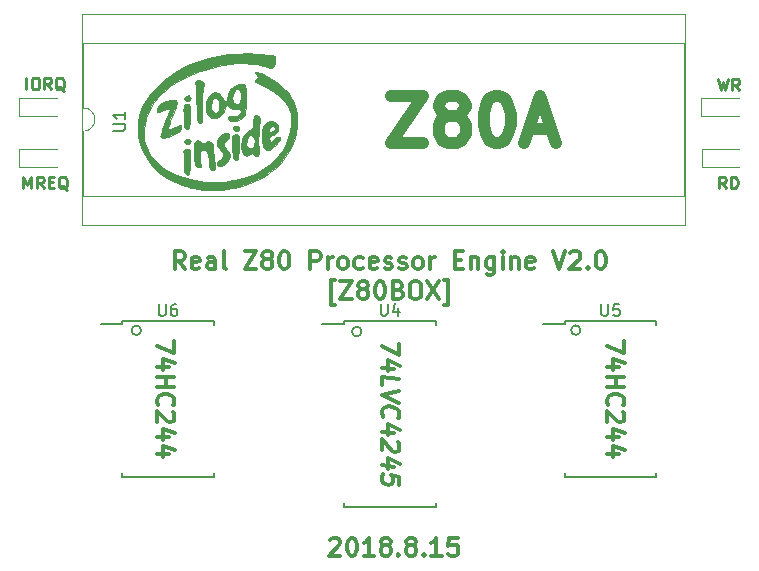
<source format=gbr>
G04 #@! TF.FileFunction,Legend,Top*
%FSLAX46Y46*%
G04 Gerber Fmt 4.6, Leading zero omitted, Abs format (unit mm)*
G04 Created by KiCad (PCBNEW 4.0.7) date 08/27/18 14:38:30*
%MOMM*%
%LPD*%
G01*
G04 APERTURE LIST*
%ADD10C,0.100000*%
%ADD11C,0.200000*%
%ADD12C,1.000000*%
%ADD13C,0.300000*%
%ADD14C,0.375000*%
%ADD15C,0.250000*%
%ADD16C,0.120000*%
%ADD17C,0.150000*%
%ADD18C,0.010000*%
G04 APERTURE END LIST*
D10*
D11*
X123337609Y-90170000D02*
G75*
G03X123337609Y-90170000I-401609J0D01*
G01*
X104668609Y-90063609D02*
G75*
G03X104668609Y-90063609I-401609J0D01*
G01*
X141879609Y-90043000D02*
G75*
G03X141879609Y-90043000I-401609J0D01*
G01*
D12*
X125857858Y-70199524D02*
X128524524Y-70199524D01*
X125857858Y-74199524D01*
X128524524Y-74199524D01*
X130619763Y-71913810D02*
X130238810Y-71723333D01*
X130048334Y-71532857D01*
X129857858Y-71151905D01*
X129857858Y-70961429D01*
X130048334Y-70580476D01*
X130238810Y-70390000D01*
X130619763Y-70199524D01*
X131381667Y-70199524D01*
X131762620Y-70390000D01*
X131953096Y-70580476D01*
X132143572Y-70961429D01*
X132143572Y-71151905D01*
X131953096Y-71532857D01*
X131762620Y-71723333D01*
X131381667Y-71913810D01*
X130619763Y-71913810D01*
X130238810Y-72104286D01*
X130048334Y-72294762D01*
X129857858Y-72675714D01*
X129857858Y-73437619D01*
X130048334Y-73818571D01*
X130238810Y-74009048D01*
X130619763Y-74199524D01*
X131381667Y-74199524D01*
X131762620Y-74009048D01*
X131953096Y-73818571D01*
X132143572Y-73437619D01*
X132143572Y-72675714D01*
X131953096Y-72294762D01*
X131762620Y-72104286D01*
X131381667Y-71913810D01*
X134619763Y-70199524D02*
X135000715Y-70199524D01*
X135381667Y-70390000D01*
X135572144Y-70580476D01*
X135762620Y-70961429D01*
X135953096Y-71723333D01*
X135953096Y-72675714D01*
X135762620Y-73437619D01*
X135572144Y-73818571D01*
X135381667Y-74009048D01*
X135000715Y-74199524D01*
X134619763Y-74199524D01*
X134238810Y-74009048D01*
X134048334Y-73818571D01*
X133857858Y-73437619D01*
X133667382Y-72675714D01*
X133667382Y-71723333D01*
X133857858Y-70961429D01*
X134048334Y-70580476D01*
X134238810Y-70390000D01*
X134619763Y-70199524D01*
X137476906Y-73056667D02*
X139381668Y-73056667D01*
X137095953Y-74199524D02*
X138429287Y-70199524D01*
X139762620Y-74199524D01*
D13*
X120682430Y-107779429D02*
X120753859Y-107708000D01*
X120896716Y-107636571D01*
X121253859Y-107636571D01*
X121396716Y-107708000D01*
X121468145Y-107779429D01*
X121539573Y-107922286D01*
X121539573Y-108065143D01*
X121468145Y-108279429D01*
X120611002Y-109136571D01*
X121539573Y-109136571D01*
X122468144Y-107636571D02*
X122611001Y-107636571D01*
X122753858Y-107708000D01*
X122825287Y-107779429D01*
X122896716Y-107922286D01*
X122968144Y-108208000D01*
X122968144Y-108565143D01*
X122896716Y-108850857D01*
X122825287Y-108993714D01*
X122753858Y-109065143D01*
X122611001Y-109136571D01*
X122468144Y-109136571D01*
X122325287Y-109065143D01*
X122253858Y-108993714D01*
X122182430Y-108850857D01*
X122111001Y-108565143D01*
X122111001Y-108208000D01*
X122182430Y-107922286D01*
X122253858Y-107779429D01*
X122325287Y-107708000D01*
X122468144Y-107636571D01*
X124396715Y-109136571D02*
X123539572Y-109136571D01*
X123968144Y-109136571D02*
X123968144Y-107636571D01*
X123825287Y-107850857D01*
X123682429Y-107993714D01*
X123539572Y-108065143D01*
X125253858Y-108279429D02*
X125111000Y-108208000D01*
X125039572Y-108136571D01*
X124968143Y-107993714D01*
X124968143Y-107922286D01*
X125039572Y-107779429D01*
X125111000Y-107708000D01*
X125253858Y-107636571D01*
X125539572Y-107636571D01*
X125682429Y-107708000D01*
X125753858Y-107779429D01*
X125825286Y-107922286D01*
X125825286Y-107993714D01*
X125753858Y-108136571D01*
X125682429Y-108208000D01*
X125539572Y-108279429D01*
X125253858Y-108279429D01*
X125111000Y-108350857D01*
X125039572Y-108422286D01*
X124968143Y-108565143D01*
X124968143Y-108850857D01*
X125039572Y-108993714D01*
X125111000Y-109065143D01*
X125253858Y-109136571D01*
X125539572Y-109136571D01*
X125682429Y-109065143D01*
X125753858Y-108993714D01*
X125825286Y-108850857D01*
X125825286Y-108565143D01*
X125753858Y-108422286D01*
X125682429Y-108350857D01*
X125539572Y-108279429D01*
X126468143Y-108993714D02*
X126539571Y-109065143D01*
X126468143Y-109136571D01*
X126396714Y-109065143D01*
X126468143Y-108993714D01*
X126468143Y-109136571D01*
X127396715Y-108279429D02*
X127253857Y-108208000D01*
X127182429Y-108136571D01*
X127111000Y-107993714D01*
X127111000Y-107922286D01*
X127182429Y-107779429D01*
X127253857Y-107708000D01*
X127396715Y-107636571D01*
X127682429Y-107636571D01*
X127825286Y-107708000D01*
X127896715Y-107779429D01*
X127968143Y-107922286D01*
X127968143Y-107993714D01*
X127896715Y-108136571D01*
X127825286Y-108208000D01*
X127682429Y-108279429D01*
X127396715Y-108279429D01*
X127253857Y-108350857D01*
X127182429Y-108422286D01*
X127111000Y-108565143D01*
X127111000Y-108850857D01*
X127182429Y-108993714D01*
X127253857Y-109065143D01*
X127396715Y-109136571D01*
X127682429Y-109136571D01*
X127825286Y-109065143D01*
X127896715Y-108993714D01*
X127968143Y-108850857D01*
X127968143Y-108565143D01*
X127896715Y-108422286D01*
X127825286Y-108350857D01*
X127682429Y-108279429D01*
X128611000Y-108993714D02*
X128682428Y-109065143D01*
X128611000Y-109136571D01*
X128539571Y-109065143D01*
X128611000Y-108993714D01*
X128611000Y-109136571D01*
X130111000Y-109136571D02*
X129253857Y-109136571D01*
X129682429Y-109136571D02*
X129682429Y-107636571D01*
X129539572Y-107850857D01*
X129396714Y-107993714D01*
X129253857Y-108065143D01*
X131468143Y-107636571D02*
X130753857Y-107636571D01*
X130682428Y-108350857D01*
X130753857Y-108279429D01*
X130896714Y-108208000D01*
X131253857Y-108208000D01*
X131396714Y-108279429D01*
X131468143Y-108350857D01*
X131539571Y-108493714D01*
X131539571Y-108850857D01*
X131468143Y-108993714D01*
X131396714Y-109065143D01*
X131253857Y-109136571D01*
X130896714Y-109136571D01*
X130753857Y-109065143D01*
X130682428Y-108993714D01*
D14*
X126551429Y-91186252D02*
X126551429Y-92186252D01*
X125051429Y-91355895D01*
X126051429Y-93338037D02*
X125051429Y-93213037D01*
X126622857Y-93052322D02*
X125551429Y-92561251D01*
X125551429Y-93489823D01*
X125051429Y-94713037D02*
X125051429Y-93998751D01*
X126551429Y-94186251D01*
X126551429Y-95186251D02*
X125051429Y-95498751D01*
X126551429Y-96186251D01*
X125194286Y-97373751D02*
X125122857Y-97293393D01*
X125051429Y-97070179D01*
X125051429Y-96927322D01*
X125122857Y-96721965D01*
X125265714Y-96596964D01*
X125408571Y-96543393D01*
X125694286Y-96507679D01*
X125908571Y-96534464D01*
X126194286Y-96641608D01*
X126337143Y-96730893D01*
X126480000Y-96891608D01*
X126551429Y-97114822D01*
X126551429Y-97257679D01*
X126480000Y-97463036D01*
X126408571Y-97525536D01*
X126051429Y-98766608D02*
X125051429Y-98641608D01*
X126622857Y-98480893D02*
X125551429Y-97989822D01*
X125551429Y-98918394D01*
X126408571Y-99525535D02*
X126480000Y-99605893D01*
X126551429Y-99757679D01*
X126551429Y-100114822D01*
X126480000Y-100248750D01*
X126408571Y-100311250D01*
X126265714Y-100364821D01*
X126122857Y-100346964D01*
X125908571Y-100248750D01*
X125051429Y-99284465D01*
X125051429Y-100213036D01*
X126051429Y-101623750D02*
X125051429Y-101498750D01*
X126622857Y-101338035D02*
X125551429Y-100846964D01*
X125551429Y-101775536D01*
X126551429Y-103186250D02*
X126551429Y-102471964D01*
X125837143Y-102311249D01*
X125908571Y-102391606D01*
X125980000Y-102543392D01*
X125980000Y-102900535D01*
X125908571Y-103034463D01*
X125837143Y-103096964D01*
X125694286Y-103150535D01*
X125337143Y-103105892D01*
X125194286Y-103016607D01*
X125122857Y-102936249D01*
X125051429Y-102784464D01*
X125051429Y-102427321D01*
X125122857Y-102293392D01*
X125194286Y-102230892D01*
D13*
X145601429Y-90992144D02*
X145601429Y-91992144D01*
X144101429Y-91349287D01*
X145101429Y-93206429D02*
X144101429Y-93206429D01*
X145672857Y-92849286D02*
X144601429Y-92492143D01*
X144601429Y-93420715D01*
X144101429Y-93992143D02*
X145601429Y-93992143D01*
X144887143Y-93992143D02*
X144887143Y-94849286D01*
X144101429Y-94849286D02*
X145601429Y-94849286D01*
X144244286Y-96420715D02*
X144172857Y-96349286D01*
X144101429Y-96135000D01*
X144101429Y-95992143D01*
X144172857Y-95777858D01*
X144315714Y-95635000D01*
X144458571Y-95563572D01*
X144744286Y-95492143D01*
X144958571Y-95492143D01*
X145244286Y-95563572D01*
X145387143Y-95635000D01*
X145530000Y-95777858D01*
X145601429Y-95992143D01*
X145601429Y-96135000D01*
X145530000Y-96349286D01*
X145458571Y-96420715D01*
X145458571Y-96992143D02*
X145530000Y-97063572D01*
X145601429Y-97206429D01*
X145601429Y-97563572D01*
X145530000Y-97706429D01*
X145458571Y-97777858D01*
X145315714Y-97849286D01*
X145172857Y-97849286D01*
X144958571Y-97777858D01*
X144101429Y-96920715D01*
X144101429Y-97849286D01*
X145101429Y-99135000D02*
X144101429Y-99135000D01*
X145672857Y-98777857D02*
X144601429Y-98420714D01*
X144601429Y-99349286D01*
X145101429Y-100563571D02*
X144101429Y-100563571D01*
X145672857Y-100206428D02*
X144601429Y-99849285D01*
X144601429Y-100777857D01*
X107501429Y-90992144D02*
X107501429Y-91992144D01*
X106001429Y-91349287D01*
X107001429Y-93206429D02*
X106001429Y-93206429D01*
X107572857Y-92849286D02*
X106501429Y-92492143D01*
X106501429Y-93420715D01*
X106001429Y-93992143D02*
X107501429Y-93992143D01*
X106787143Y-93992143D02*
X106787143Y-94849286D01*
X106001429Y-94849286D02*
X107501429Y-94849286D01*
X106144286Y-96420715D02*
X106072857Y-96349286D01*
X106001429Y-96135000D01*
X106001429Y-95992143D01*
X106072857Y-95777858D01*
X106215714Y-95635000D01*
X106358571Y-95563572D01*
X106644286Y-95492143D01*
X106858571Y-95492143D01*
X107144286Y-95563572D01*
X107287143Y-95635000D01*
X107430000Y-95777858D01*
X107501429Y-95992143D01*
X107501429Y-96135000D01*
X107430000Y-96349286D01*
X107358571Y-96420715D01*
X107358571Y-96992143D02*
X107430000Y-97063572D01*
X107501429Y-97206429D01*
X107501429Y-97563572D01*
X107430000Y-97706429D01*
X107358571Y-97777858D01*
X107215714Y-97849286D01*
X107072857Y-97849286D01*
X106858571Y-97777858D01*
X106001429Y-96920715D01*
X106001429Y-97849286D01*
X107001429Y-99135000D02*
X106001429Y-99135000D01*
X107572857Y-98777857D02*
X106501429Y-98420714D01*
X106501429Y-99349286D01*
X107001429Y-100563571D02*
X106001429Y-100563571D01*
X107572857Y-100206428D02*
X106501429Y-99849285D01*
X106501429Y-100777857D01*
X108372859Y-84874571D02*
X107872859Y-84160286D01*
X107515716Y-84874571D02*
X107515716Y-83374571D01*
X108087144Y-83374571D01*
X108230002Y-83446000D01*
X108301430Y-83517429D01*
X108372859Y-83660286D01*
X108372859Y-83874571D01*
X108301430Y-84017429D01*
X108230002Y-84088857D01*
X108087144Y-84160286D01*
X107515716Y-84160286D01*
X109587144Y-84803143D02*
X109444287Y-84874571D01*
X109158573Y-84874571D01*
X109015716Y-84803143D01*
X108944287Y-84660286D01*
X108944287Y-84088857D01*
X109015716Y-83946000D01*
X109158573Y-83874571D01*
X109444287Y-83874571D01*
X109587144Y-83946000D01*
X109658573Y-84088857D01*
X109658573Y-84231714D01*
X108944287Y-84374571D01*
X110944287Y-84874571D02*
X110944287Y-84088857D01*
X110872858Y-83946000D01*
X110730001Y-83874571D01*
X110444287Y-83874571D01*
X110301430Y-83946000D01*
X110944287Y-84803143D02*
X110801430Y-84874571D01*
X110444287Y-84874571D01*
X110301430Y-84803143D01*
X110230001Y-84660286D01*
X110230001Y-84517429D01*
X110301430Y-84374571D01*
X110444287Y-84303143D01*
X110801430Y-84303143D01*
X110944287Y-84231714D01*
X111872859Y-84874571D02*
X111730001Y-84803143D01*
X111658573Y-84660286D01*
X111658573Y-83374571D01*
X113444287Y-83374571D02*
X114444287Y-83374571D01*
X113444287Y-84874571D01*
X114444287Y-84874571D01*
X115230001Y-84017429D02*
X115087143Y-83946000D01*
X115015715Y-83874571D01*
X114944286Y-83731714D01*
X114944286Y-83660286D01*
X115015715Y-83517429D01*
X115087143Y-83446000D01*
X115230001Y-83374571D01*
X115515715Y-83374571D01*
X115658572Y-83446000D01*
X115730001Y-83517429D01*
X115801429Y-83660286D01*
X115801429Y-83731714D01*
X115730001Y-83874571D01*
X115658572Y-83946000D01*
X115515715Y-84017429D01*
X115230001Y-84017429D01*
X115087143Y-84088857D01*
X115015715Y-84160286D01*
X114944286Y-84303143D01*
X114944286Y-84588857D01*
X115015715Y-84731714D01*
X115087143Y-84803143D01*
X115230001Y-84874571D01*
X115515715Y-84874571D01*
X115658572Y-84803143D01*
X115730001Y-84731714D01*
X115801429Y-84588857D01*
X115801429Y-84303143D01*
X115730001Y-84160286D01*
X115658572Y-84088857D01*
X115515715Y-84017429D01*
X116730000Y-83374571D02*
X116872857Y-83374571D01*
X117015714Y-83446000D01*
X117087143Y-83517429D01*
X117158572Y-83660286D01*
X117230000Y-83946000D01*
X117230000Y-84303143D01*
X117158572Y-84588857D01*
X117087143Y-84731714D01*
X117015714Y-84803143D01*
X116872857Y-84874571D01*
X116730000Y-84874571D01*
X116587143Y-84803143D01*
X116515714Y-84731714D01*
X116444286Y-84588857D01*
X116372857Y-84303143D01*
X116372857Y-83946000D01*
X116444286Y-83660286D01*
X116515714Y-83517429D01*
X116587143Y-83446000D01*
X116730000Y-83374571D01*
X119015714Y-84874571D02*
X119015714Y-83374571D01*
X119587142Y-83374571D01*
X119730000Y-83446000D01*
X119801428Y-83517429D01*
X119872857Y-83660286D01*
X119872857Y-83874571D01*
X119801428Y-84017429D01*
X119730000Y-84088857D01*
X119587142Y-84160286D01*
X119015714Y-84160286D01*
X120515714Y-84874571D02*
X120515714Y-83874571D01*
X120515714Y-84160286D02*
X120587142Y-84017429D01*
X120658571Y-83946000D01*
X120801428Y-83874571D01*
X120944285Y-83874571D01*
X121658571Y-84874571D02*
X121515713Y-84803143D01*
X121444285Y-84731714D01*
X121372856Y-84588857D01*
X121372856Y-84160286D01*
X121444285Y-84017429D01*
X121515713Y-83946000D01*
X121658571Y-83874571D01*
X121872856Y-83874571D01*
X122015713Y-83946000D01*
X122087142Y-84017429D01*
X122158571Y-84160286D01*
X122158571Y-84588857D01*
X122087142Y-84731714D01*
X122015713Y-84803143D01*
X121872856Y-84874571D01*
X121658571Y-84874571D01*
X123444285Y-84803143D02*
X123301428Y-84874571D01*
X123015714Y-84874571D01*
X122872856Y-84803143D01*
X122801428Y-84731714D01*
X122729999Y-84588857D01*
X122729999Y-84160286D01*
X122801428Y-84017429D01*
X122872856Y-83946000D01*
X123015714Y-83874571D01*
X123301428Y-83874571D01*
X123444285Y-83946000D01*
X124658570Y-84803143D02*
X124515713Y-84874571D01*
X124229999Y-84874571D01*
X124087142Y-84803143D01*
X124015713Y-84660286D01*
X124015713Y-84088857D01*
X124087142Y-83946000D01*
X124229999Y-83874571D01*
X124515713Y-83874571D01*
X124658570Y-83946000D01*
X124729999Y-84088857D01*
X124729999Y-84231714D01*
X124015713Y-84374571D01*
X125301427Y-84803143D02*
X125444284Y-84874571D01*
X125729999Y-84874571D01*
X125872856Y-84803143D01*
X125944284Y-84660286D01*
X125944284Y-84588857D01*
X125872856Y-84446000D01*
X125729999Y-84374571D01*
X125515713Y-84374571D01*
X125372856Y-84303143D01*
X125301427Y-84160286D01*
X125301427Y-84088857D01*
X125372856Y-83946000D01*
X125515713Y-83874571D01*
X125729999Y-83874571D01*
X125872856Y-83946000D01*
X126515713Y-84803143D02*
X126658570Y-84874571D01*
X126944285Y-84874571D01*
X127087142Y-84803143D01*
X127158570Y-84660286D01*
X127158570Y-84588857D01*
X127087142Y-84446000D01*
X126944285Y-84374571D01*
X126729999Y-84374571D01*
X126587142Y-84303143D01*
X126515713Y-84160286D01*
X126515713Y-84088857D01*
X126587142Y-83946000D01*
X126729999Y-83874571D01*
X126944285Y-83874571D01*
X127087142Y-83946000D01*
X128015714Y-84874571D02*
X127872856Y-84803143D01*
X127801428Y-84731714D01*
X127729999Y-84588857D01*
X127729999Y-84160286D01*
X127801428Y-84017429D01*
X127872856Y-83946000D01*
X128015714Y-83874571D01*
X128229999Y-83874571D01*
X128372856Y-83946000D01*
X128444285Y-84017429D01*
X128515714Y-84160286D01*
X128515714Y-84588857D01*
X128444285Y-84731714D01*
X128372856Y-84803143D01*
X128229999Y-84874571D01*
X128015714Y-84874571D01*
X129158571Y-84874571D02*
X129158571Y-83874571D01*
X129158571Y-84160286D02*
X129229999Y-84017429D01*
X129301428Y-83946000D01*
X129444285Y-83874571D01*
X129587142Y-83874571D01*
X131229999Y-84088857D02*
X131729999Y-84088857D01*
X131944285Y-84874571D02*
X131229999Y-84874571D01*
X131229999Y-83374571D01*
X131944285Y-83374571D01*
X132587142Y-83874571D02*
X132587142Y-84874571D01*
X132587142Y-84017429D02*
X132658570Y-83946000D01*
X132801428Y-83874571D01*
X133015713Y-83874571D01*
X133158570Y-83946000D01*
X133229999Y-84088857D01*
X133229999Y-84874571D01*
X134587142Y-83874571D02*
X134587142Y-85088857D01*
X134515713Y-85231714D01*
X134444285Y-85303143D01*
X134301428Y-85374571D01*
X134087142Y-85374571D01*
X133944285Y-85303143D01*
X134587142Y-84803143D02*
X134444285Y-84874571D01*
X134158571Y-84874571D01*
X134015713Y-84803143D01*
X133944285Y-84731714D01*
X133872856Y-84588857D01*
X133872856Y-84160286D01*
X133944285Y-84017429D01*
X134015713Y-83946000D01*
X134158571Y-83874571D01*
X134444285Y-83874571D01*
X134587142Y-83946000D01*
X135301428Y-84874571D02*
X135301428Y-83874571D01*
X135301428Y-83374571D02*
X135229999Y-83446000D01*
X135301428Y-83517429D01*
X135372856Y-83446000D01*
X135301428Y-83374571D01*
X135301428Y-83517429D01*
X136015714Y-83874571D02*
X136015714Y-84874571D01*
X136015714Y-84017429D02*
X136087142Y-83946000D01*
X136230000Y-83874571D01*
X136444285Y-83874571D01*
X136587142Y-83946000D01*
X136658571Y-84088857D01*
X136658571Y-84874571D01*
X137944285Y-84803143D02*
X137801428Y-84874571D01*
X137515714Y-84874571D01*
X137372857Y-84803143D01*
X137301428Y-84660286D01*
X137301428Y-84088857D01*
X137372857Y-83946000D01*
X137515714Y-83874571D01*
X137801428Y-83874571D01*
X137944285Y-83946000D01*
X138015714Y-84088857D01*
X138015714Y-84231714D01*
X137301428Y-84374571D01*
X139587142Y-83374571D02*
X140087142Y-84874571D01*
X140587142Y-83374571D01*
X141015713Y-83517429D02*
X141087142Y-83446000D01*
X141229999Y-83374571D01*
X141587142Y-83374571D01*
X141729999Y-83446000D01*
X141801428Y-83517429D01*
X141872856Y-83660286D01*
X141872856Y-83803143D01*
X141801428Y-84017429D01*
X140944285Y-84874571D01*
X141872856Y-84874571D01*
X142515713Y-84731714D02*
X142587141Y-84803143D01*
X142515713Y-84874571D01*
X142444284Y-84803143D01*
X142515713Y-84731714D01*
X142515713Y-84874571D01*
X143515713Y-83374571D02*
X143658570Y-83374571D01*
X143801427Y-83446000D01*
X143872856Y-83517429D01*
X143944285Y-83660286D01*
X144015713Y-83946000D01*
X144015713Y-84303143D01*
X143944285Y-84588857D01*
X143872856Y-84731714D01*
X143801427Y-84803143D01*
X143658570Y-84874571D01*
X143515713Y-84874571D01*
X143372856Y-84803143D01*
X143301427Y-84731714D01*
X143229999Y-84588857D01*
X143158570Y-84303143D01*
X143158570Y-83946000D01*
X143229999Y-83660286D01*
X143301427Y-83517429D01*
X143372856Y-83446000D01*
X143515713Y-83374571D01*
X121122858Y-87924571D02*
X120765715Y-87924571D01*
X120765715Y-85781714D01*
X121122858Y-85781714D01*
X121551430Y-85924571D02*
X122551430Y-85924571D01*
X121551430Y-87424571D01*
X122551430Y-87424571D01*
X123337144Y-86567429D02*
X123194286Y-86496000D01*
X123122858Y-86424571D01*
X123051429Y-86281714D01*
X123051429Y-86210286D01*
X123122858Y-86067429D01*
X123194286Y-85996000D01*
X123337144Y-85924571D01*
X123622858Y-85924571D01*
X123765715Y-85996000D01*
X123837144Y-86067429D01*
X123908572Y-86210286D01*
X123908572Y-86281714D01*
X123837144Y-86424571D01*
X123765715Y-86496000D01*
X123622858Y-86567429D01*
X123337144Y-86567429D01*
X123194286Y-86638857D01*
X123122858Y-86710286D01*
X123051429Y-86853143D01*
X123051429Y-87138857D01*
X123122858Y-87281714D01*
X123194286Y-87353143D01*
X123337144Y-87424571D01*
X123622858Y-87424571D01*
X123765715Y-87353143D01*
X123837144Y-87281714D01*
X123908572Y-87138857D01*
X123908572Y-86853143D01*
X123837144Y-86710286D01*
X123765715Y-86638857D01*
X123622858Y-86567429D01*
X124837143Y-85924571D02*
X124980000Y-85924571D01*
X125122857Y-85996000D01*
X125194286Y-86067429D01*
X125265715Y-86210286D01*
X125337143Y-86496000D01*
X125337143Y-86853143D01*
X125265715Y-87138857D01*
X125194286Y-87281714D01*
X125122857Y-87353143D01*
X124980000Y-87424571D01*
X124837143Y-87424571D01*
X124694286Y-87353143D01*
X124622857Y-87281714D01*
X124551429Y-87138857D01*
X124480000Y-86853143D01*
X124480000Y-86496000D01*
X124551429Y-86210286D01*
X124622857Y-86067429D01*
X124694286Y-85996000D01*
X124837143Y-85924571D01*
X126480000Y-86638857D02*
X126694286Y-86710286D01*
X126765714Y-86781714D01*
X126837143Y-86924571D01*
X126837143Y-87138857D01*
X126765714Y-87281714D01*
X126694286Y-87353143D01*
X126551428Y-87424571D01*
X125980000Y-87424571D01*
X125980000Y-85924571D01*
X126480000Y-85924571D01*
X126622857Y-85996000D01*
X126694286Y-86067429D01*
X126765714Y-86210286D01*
X126765714Y-86353143D01*
X126694286Y-86496000D01*
X126622857Y-86567429D01*
X126480000Y-86638857D01*
X125980000Y-86638857D01*
X127765714Y-85924571D02*
X128051428Y-85924571D01*
X128194286Y-85996000D01*
X128337143Y-86138857D01*
X128408571Y-86424571D01*
X128408571Y-86924571D01*
X128337143Y-87210286D01*
X128194286Y-87353143D01*
X128051428Y-87424571D01*
X127765714Y-87424571D01*
X127622857Y-87353143D01*
X127480000Y-87210286D01*
X127408571Y-86924571D01*
X127408571Y-86424571D01*
X127480000Y-86138857D01*
X127622857Y-85996000D01*
X127765714Y-85924571D01*
X128908572Y-85924571D02*
X129908572Y-87424571D01*
X129908572Y-85924571D02*
X128908572Y-87424571D01*
X130337143Y-87924571D02*
X130694286Y-87924571D01*
X130694286Y-85781714D01*
X130337143Y-85781714D01*
D15*
X94972381Y-69667381D02*
X94972381Y-68667381D01*
X95639047Y-68667381D02*
X95829524Y-68667381D01*
X95924762Y-68715000D01*
X96020000Y-68810238D01*
X96067619Y-69000714D01*
X96067619Y-69334048D01*
X96020000Y-69524524D01*
X95924762Y-69619762D01*
X95829524Y-69667381D01*
X95639047Y-69667381D01*
X95543809Y-69619762D01*
X95448571Y-69524524D01*
X95400952Y-69334048D01*
X95400952Y-69000714D01*
X95448571Y-68810238D01*
X95543809Y-68715000D01*
X95639047Y-68667381D01*
X97067619Y-69667381D02*
X96734285Y-69191190D01*
X96496190Y-69667381D02*
X96496190Y-68667381D01*
X96877143Y-68667381D01*
X96972381Y-68715000D01*
X97020000Y-68762619D01*
X97067619Y-68857857D01*
X97067619Y-69000714D01*
X97020000Y-69095952D01*
X96972381Y-69143571D01*
X96877143Y-69191190D01*
X96496190Y-69191190D01*
X98162857Y-69762619D02*
X98067619Y-69715000D01*
X97972381Y-69619762D01*
X97829524Y-69476905D01*
X97734285Y-69429286D01*
X97639047Y-69429286D01*
X97686666Y-69667381D02*
X97591428Y-69619762D01*
X97496190Y-69524524D01*
X97448571Y-69334048D01*
X97448571Y-69000714D01*
X97496190Y-68810238D01*
X97591428Y-68715000D01*
X97686666Y-68667381D01*
X97877143Y-68667381D01*
X97972381Y-68715000D01*
X98067619Y-68810238D01*
X98115238Y-69000714D01*
X98115238Y-69334048D01*
X98067619Y-69524524D01*
X97972381Y-69619762D01*
X97877143Y-69667381D01*
X97686666Y-69667381D01*
X94710476Y-78049381D02*
X94710476Y-77049381D01*
X95043810Y-77763667D01*
X95377143Y-77049381D01*
X95377143Y-78049381D01*
X96424762Y-78049381D02*
X96091428Y-77573190D01*
X95853333Y-78049381D02*
X95853333Y-77049381D01*
X96234286Y-77049381D01*
X96329524Y-77097000D01*
X96377143Y-77144619D01*
X96424762Y-77239857D01*
X96424762Y-77382714D01*
X96377143Y-77477952D01*
X96329524Y-77525571D01*
X96234286Y-77573190D01*
X95853333Y-77573190D01*
X96853333Y-77525571D02*
X97186667Y-77525571D01*
X97329524Y-78049381D02*
X96853333Y-78049381D01*
X96853333Y-77049381D01*
X97329524Y-77049381D01*
X98424762Y-78144619D02*
X98329524Y-78097000D01*
X98234286Y-78001762D01*
X98091429Y-77858905D01*
X97996190Y-77811286D01*
X97900952Y-77811286D01*
X97948571Y-78049381D02*
X97853333Y-78001762D01*
X97758095Y-77906524D01*
X97710476Y-77716048D01*
X97710476Y-77382714D01*
X97758095Y-77192238D01*
X97853333Y-77097000D01*
X97948571Y-77049381D01*
X98139048Y-77049381D01*
X98234286Y-77097000D01*
X98329524Y-77192238D01*
X98377143Y-77382714D01*
X98377143Y-77716048D01*
X98329524Y-77906524D01*
X98234286Y-78001762D01*
X98139048Y-78049381D01*
X97948571Y-78049381D01*
X153503429Y-68743581D02*
X153741524Y-69743581D01*
X153932001Y-69029295D01*
X154122477Y-69743581D01*
X154360572Y-68743581D01*
X155312953Y-69743581D02*
X154979619Y-69267390D01*
X154741524Y-69743581D02*
X154741524Y-68743581D01*
X155122477Y-68743581D01*
X155217715Y-68791200D01*
X155265334Y-68838819D01*
X155312953Y-68934057D01*
X155312953Y-69076914D01*
X155265334Y-69172152D01*
X155217715Y-69219771D01*
X155122477Y-69267390D01*
X154741524Y-69267390D01*
X154178024Y-78049381D02*
X153844690Y-77573190D01*
X153606595Y-78049381D02*
X153606595Y-77049381D01*
X153987548Y-77049381D01*
X154082786Y-77097000D01*
X154130405Y-77144619D01*
X154178024Y-77239857D01*
X154178024Y-77382714D01*
X154130405Y-77477952D01*
X154082786Y-77525571D01*
X153987548Y-77573190D01*
X153606595Y-77573190D01*
X154606595Y-78049381D02*
X154606595Y-77049381D01*
X154844690Y-77049381D01*
X154987548Y-77097000D01*
X155082786Y-77192238D01*
X155130405Y-77287476D01*
X155178024Y-77477952D01*
X155178024Y-77620810D01*
X155130405Y-77811286D01*
X155082786Y-77906524D01*
X154987548Y-78001762D01*
X154844690Y-78049381D01*
X154606595Y-78049381D01*
D16*
X97520000Y-76238800D02*
X94320000Y-76238800D01*
X94320000Y-74738800D02*
X97520000Y-74738800D01*
X94320000Y-74738800D02*
X94320000Y-76238800D01*
X97570800Y-71920800D02*
X94370800Y-71920800D01*
X94370800Y-70420800D02*
X97570800Y-70420800D01*
X94370800Y-70420800D02*
X94370800Y-71920800D01*
X155330000Y-76238800D02*
X152130000Y-76238800D01*
X152130000Y-74738800D02*
X155330000Y-74738800D01*
X152130000Y-74738800D02*
X152130000Y-76238800D01*
X155305000Y-71920800D02*
X152105000Y-71920800D01*
X152105000Y-70420800D02*
X155305000Y-70420800D01*
X152105000Y-70420800D02*
X152105000Y-71920800D01*
X99749000Y-71212200D02*
G75*
G02X99749000Y-73212200I0J-1000000D01*
G01*
X99749000Y-73212200D02*
X99749000Y-78672200D01*
X99749000Y-78672200D02*
X150669000Y-78672200D01*
X150669000Y-78672200D02*
X150669000Y-65752200D01*
X150669000Y-65752200D02*
X99749000Y-65752200D01*
X99749000Y-65752200D02*
X99749000Y-71212200D01*
X99689000Y-81162200D02*
X150729000Y-81162200D01*
X150729000Y-81162200D02*
X150729000Y-63262200D01*
X150729000Y-63262200D02*
X99689000Y-63262200D01*
X99689000Y-63262200D02*
X99689000Y-81162200D01*
D17*
X121855000Y-89280000D02*
X121855000Y-89555000D01*
X129605000Y-89280000D02*
X129605000Y-89645000D01*
X129605000Y-105030000D02*
X129605000Y-104665000D01*
X121855000Y-105030000D02*
X121855000Y-104665000D01*
X121855000Y-89280000D02*
X129605000Y-89280000D01*
X121855000Y-105030000D02*
X129605000Y-105030000D01*
X121855000Y-89555000D02*
X120030000Y-89555000D01*
X140525000Y-89310000D02*
X140525000Y-89560000D01*
X148275000Y-89310000D02*
X148275000Y-89645000D01*
X148275000Y-102460000D02*
X148275000Y-102125000D01*
X140525000Y-102460000D02*
X140525000Y-102125000D01*
X140525000Y-89310000D02*
X148275000Y-89310000D01*
X140525000Y-102460000D02*
X148275000Y-102460000D01*
X140525000Y-89560000D02*
X138725000Y-89560000D01*
X103059000Y-89310000D02*
X103059000Y-89560000D01*
X110809000Y-89310000D02*
X110809000Y-89645000D01*
X110809000Y-102460000D02*
X110809000Y-102125000D01*
X103059000Y-102460000D02*
X103059000Y-102125000D01*
X103059000Y-89310000D02*
X110809000Y-89310000D01*
X103059000Y-102460000D02*
X110809000Y-102460000D01*
X103059000Y-89560000D02*
X101259000Y-89560000D01*
D18*
G36*
X114609241Y-66650784D02*
X114833400Y-66669980D01*
X115019293Y-66689050D01*
X115220018Y-66712362D01*
X115421382Y-66737973D01*
X115609192Y-66763936D01*
X115769254Y-66788308D01*
X115887377Y-66809144D01*
X115941778Y-66821847D01*
X116001918Y-66873560D01*
X116038751Y-66975111D01*
X116052563Y-67112845D01*
X116043637Y-67273105D01*
X116012258Y-67442239D01*
X115958709Y-67606590D01*
X115923867Y-67682400D01*
X115852397Y-67796321D01*
X115774010Y-67858409D01*
X115674999Y-67872302D01*
X115541661Y-67841640D01*
X115450893Y-67807970D01*
X114996646Y-67657582D01*
X114497080Y-67549527D01*
X113958974Y-67482853D01*
X113389109Y-67456605D01*
X112794262Y-67469830D01*
X112181212Y-67521577D01*
X111556739Y-67610891D01*
X110927621Y-67736820D01*
X110300637Y-67898411D01*
X109682567Y-68094710D01*
X109080188Y-68324764D01*
X108500281Y-68587621D01*
X107994790Y-68856253D01*
X107552493Y-69123903D01*
X107160339Y-69393446D01*
X106801679Y-69678037D01*
X106459867Y-69990834D01*
X106137397Y-70324133D01*
X105798164Y-70734998D01*
X105511602Y-71170070D01*
X105278849Y-71623757D01*
X105101038Y-72090467D01*
X104979308Y-72564607D01*
X104914792Y-73040585D01*
X104908626Y-73512808D01*
X104961947Y-73975685D01*
X105075891Y-74423623D01*
X105227904Y-74802465D01*
X105456372Y-75203979D01*
X105744965Y-75581017D01*
X106089841Y-75931386D01*
X106487162Y-76252893D01*
X106933088Y-76543344D01*
X107423780Y-76800548D01*
X107955399Y-77022311D01*
X108524105Y-77206441D01*
X109126058Y-77350744D01*
X109757421Y-77453029D01*
X109897425Y-77469407D01*
X110126069Y-77487896D01*
X110401273Y-77499919D01*
X110705266Y-77505582D01*
X111020277Y-77504993D01*
X111328536Y-77498256D01*
X111612272Y-77485478D01*
X111853715Y-77466765D01*
X111937800Y-77457217D01*
X112628928Y-77341582D01*
X113289873Y-77176597D01*
X113914761Y-76964254D01*
X114497724Y-76706545D01*
X115027507Y-76408861D01*
X115514803Y-76064169D01*
X115949609Y-75679244D01*
X116330244Y-75256936D01*
X116655027Y-74800092D01*
X116922277Y-74311560D01*
X117130314Y-73794189D01*
X117277458Y-73250826D01*
X117362026Y-72684319D01*
X117379168Y-72423866D01*
X117385788Y-72180858D01*
X117381558Y-71985055D01*
X117363613Y-71816403D01*
X117329091Y-71654846D01*
X117275126Y-71480330D01*
X117224405Y-71340133D01*
X117079040Y-71037926D01*
X116872096Y-70734828D01*
X116609470Y-70435848D01*
X116297058Y-70145994D01*
X115940758Y-69870275D01*
X115546467Y-69613699D01*
X115120080Y-69381274D01*
X114689010Y-69186732D01*
X114543510Y-69125729D01*
X114420351Y-69070911D01*
X114333741Y-69028804D01*
X114299293Y-69007706D01*
X114299119Y-68961822D01*
X114352814Y-68877411D01*
X114405365Y-68814370D01*
X114503737Y-68685302D01*
X114544182Y-68579931D01*
X114526762Y-68486953D01*
X114451540Y-68395065D01*
X114407875Y-68358130D01*
X114324081Y-68280223D01*
X114297251Y-68226930D01*
X114321547Y-68197494D01*
X114391131Y-68191159D01*
X114500165Y-68207169D01*
X114642810Y-68244769D01*
X114813227Y-68303200D01*
X115005579Y-68381708D01*
X115167283Y-68456491D01*
X115608374Y-68694528D01*
X116031623Y-68968753D01*
X116425439Y-69270078D01*
X116778235Y-69589414D01*
X117078421Y-69917673D01*
X117156405Y-70016427D01*
X117308489Y-70242457D01*
X117458854Y-70512406D01*
X117596425Y-70803110D01*
X117710125Y-71091404D01*
X117781254Y-71323200D01*
X117863398Y-71768459D01*
X117893364Y-72243770D01*
X117872886Y-72738183D01*
X117803698Y-73240747D01*
X117687535Y-73740511D01*
X117526130Y-74226525D01*
X117321218Y-74687837D01*
X117218044Y-74879598D01*
X116890698Y-75386229D01*
X116507689Y-75857239D01*
X116072023Y-76290858D01*
X115586704Y-76685317D01*
X115054738Y-77038847D01*
X114479128Y-77349680D01*
X113862881Y-77616046D01*
X113209000Y-77836177D01*
X112520491Y-78008302D01*
X111800358Y-78130654D01*
X111667755Y-78147237D01*
X111551617Y-78156438D01*
X111382139Y-78163938D01*
X111173695Y-78169651D01*
X110940657Y-78173488D01*
X110697401Y-78175360D01*
X110458300Y-78175181D01*
X110237727Y-78172861D01*
X110050058Y-78168314D01*
X109909664Y-78161450D01*
X109871933Y-78158240D01*
X109669478Y-78132673D01*
X109427521Y-78094652D01*
X109172106Y-78048808D01*
X108929274Y-77999775D01*
X108751685Y-77958920D01*
X108122875Y-77772402D01*
X107533964Y-77536656D01*
X106987359Y-77253486D01*
X106485464Y-76924697D01*
X106030684Y-76552094D01*
X105625424Y-76137480D01*
X105272090Y-75682661D01*
X104973086Y-75189442D01*
X104918043Y-75082400D01*
X104688742Y-74555077D01*
X104523385Y-74022165D01*
X104422347Y-73487451D01*
X104386006Y-72954724D01*
X104414738Y-72427771D01*
X104508921Y-71910380D01*
X104578170Y-71664370D01*
X104761992Y-71184098D01*
X105008584Y-70704884D01*
X105313187Y-70233017D01*
X105671042Y-69774786D01*
X106077388Y-69336480D01*
X106527466Y-68924389D01*
X106842613Y-68672506D01*
X107468464Y-68240661D01*
X108138726Y-67857123D01*
X108849314Y-67522917D01*
X109596139Y-67239067D01*
X110375117Y-67006596D01*
X111182159Y-66826529D01*
X112013179Y-66699890D01*
X112864091Y-66627704D01*
X113730807Y-66610994D01*
X114609241Y-66650784D01*
X114609241Y-66650784D01*
G37*
X114609241Y-66650784D02*
X114833400Y-66669980D01*
X115019293Y-66689050D01*
X115220018Y-66712362D01*
X115421382Y-66737973D01*
X115609192Y-66763936D01*
X115769254Y-66788308D01*
X115887377Y-66809144D01*
X115941778Y-66821847D01*
X116001918Y-66873560D01*
X116038751Y-66975111D01*
X116052563Y-67112845D01*
X116043637Y-67273105D01*
X116012258Y-67442239D01*
X115958709Y-67606590D01*
X115923867Y-67682400D01*
X115852397Y-67796321D01*
X115774010Y-67858409D01*
X115674999Y-67872302D01*
X115541661Y-67841640D01*
X115450893Y-67807970D01*
X114996646Y-67657582D01*
X114497080Y-67549527D01*
X113958974Y-67482853D01*
X113389109Y-67456605D01*
X112794262Y-67469830D01*
X112181212Y-67521577D01*
X111556739Y-67610891D01*
X110927621Y-67736820D01*
X110300637Y-67898411D01*
X109682567Y-68094710D01*
X109080188Y-68324764D01*
X108500281Y-68587621D01*
X107994790Y-68856253D01*
X107552493Y-69123903D01*
X107160339Y-69393446D01*
X106801679Y-69678037D01*
X106459867Y-69990834D01*
X106137397Y-70324133D01*
X105798164Y-70734998D01*
X105511602Y-71170070D01*
X105278849Y-71623757D01*
X105101038Y-72090467D01*
X104979308Y-72564607D01*
X104914792Y-73040585D01*
X104908626Y-73512808D01*
X104961947Y-73975685D01*
X105075891Y-74423623D01*
X105227904Y-74802465D01*
X105456372Y-75203979D01*
X105744965Y-75581017D01*
X106089841Y-75931386D01*
X106487162Y-76252893D01*
X106933088Y-76543344D01*
X107423780Y-76800548D01*
X107955399Y-77022311D01*
X108524105Y-77206441D01*
X109126058Y-77350744D01*
X109757421Y-77453029D01*
X109897425Y-77469407D01*
X110126069Y-77487896D01*
X110401273Y-77499919D01*
X110705266Y-77505582D01*
X111020277Y-77504993D01*
X111328536Y-77498256D01*
X111612272Y-77485478D01*
X111853715Y-77466765D01*
X111937800Y-77457217D01*
X112628928Y-77341582D01*
X113289873Y-77176597D01*
X113914761Y-76964254D01*
X114497724Y-76706545D01*
X115027507Y-76408861D01*
X115514803Y-76064169D01*
X115949609Y-75679244D01*
X116330244Y-75256936D01*
X116655027Y-74800092D01*
X116922277Y-74311560D01*
X117130314Y-73794189D01*
X117277458Y-73250826D01*
X117362026Y-72684319D01*
X117379168Y-72423866D01*
X117385788Y-72180858D01*
X117381558Y-71985055D01*
X117363613Y-71816403D01*
X117329091Y-71654846D01*
X117275126Y-71480330D01*
X117224405Y-71340133D01*
X117079040Y-71037926D01*
X116872096Y-70734828D01*
X116609470Y-70435848D01*
X116297058Y-70145994D01*
X115940758Y-69870275D01*
X115546467Y-69613699D01*
X115120080Y-69381274D01*
X114689010Y-69186732D01*
X114543510Y-69125729D01*
X114420351Y-69070911D01*
X114333741Y-69028804D01*
X114299293Y-69007706D01*
X114299119Y-68961822D01*
X114352814Y-68877411D01*
X114405365Y-68814370D01*
X114503737Y-68685302D01*
X114544182Y-68579931D01*
X114526762Y-68486953D01*
X114451540Y-68395065D01*
X114407875Y-68358130D01*
X114324081Y-68280223D01*
X114297251Y-68226930D01*
X114321547Y-68197494D01*
X114391131Y-68191159D01*
X114500165Y-68207169D01*
X114642810Y-68244769D01*
X114813227Y-68303200D01*
X115005579Y-68381708D01*
X115167283Y-68456491D01*
X115608374Y-68694528D01*
X116031623Y-68968753D01*
X116425439Y-69270078D01*
X116778235Y-69589414D01*
X117078421Y-69917673D01*
X117156405Y-70016427D01*
X117308489Y-70242457D01*
X117458854Y-70512406D01*
X117596425Y-70803110D01*
X117710125Y-71091404D01*
X117781254Y-71323200D01*
X117863398Y-71768459D01*
X117893364Y-72243770D01*
X117872886Y-72738183D01*
X117803698Y-73240747D01*
X117687535Y-73740511D01*
X117526130Y-74226525D01*
X117321218Y-74687837D01*
X117218044Y-74879598D01*
X116890698Y-75386229D01*
X116507689Y-75857239D01*
X116072023Y-76290858D01*
X115586704Y-76685317D01*
X115054738Y-77038847D01*
X114479128Y-77349680D01*
X113862881Y-77616046D01*
X113209000Y-77836177D01*
X112520491Y-78008302D01*
X111800358Y-78130654D01*
X111667755Y-78147237D01*
X111551617Y-78156438D01*
X111382139Y-78163938D01*
X111173695Y-78169651D01*
X110940657Y-78173488D01*
X110697401Y-78175360D01*
X110458300Y-78175181D01*
X110237727Y-78172861D01*
X110050058Y-78168314D01*
X109909664Y-78161450D01*
X109871933Y-78158240D01*
X109669478Y-78132673D01*
X109427521Y-78094652D01*
X109172106Y-78048808D01*
X108929274Y-77999775D01*
X108751685Y-77958920D01*
X108122875Y-77772402D01*
X107533964Y-77536656D01*
X106987359Y-77253486D01*
X106485464Y-76924697D01*
X106030684Y-76552094D01*
X105625424Y-76137480D01*
X105272090Y-75682661D01*
X104973086Y-75189442D01*
X104918043Y-75082400D01*
X104688742Y-74555077D01*
X104523385Y-74022165D01*
X104422347Y-73487451D01*
X104386006Y-72954724D01*
X104414738Y-72427771D01*
X104508921Y-71910380D01*
X104578170Y-71664370D01*
X104761992Y-71184098D01*
X105008584Y-70704884D01*
X105313187Y-70233017D01*
X105671042Y-69774786D01*
X106077388Y-69336480D01*
X106527466Y-68924389D01*
X106842613Y-68672506D01*
X107468464Y-68240661D01*
X108138726Y-67857123D01*
X108849314Y-67522917D01*
X109596139Y-67239067D01*
X110375117Y-67006596D01*
X111182159Y-66826529D01*
X112013179Y-66699890D01*
X112864091Y-66627704D01*
X113730807Y-66610994D01*
X114609241Y-66650784D01*
G36*
X108658112Y-74700148D02*
X108754867Y-74729219D01*
X108771519Y-74739730D01*
X108792075Y-74758568D01*
X108807514Y-74786782D01*
X108818411Y-74833046D01*
X108825342Y-74906033D01*
X108828885Y-75014418D01*
X108829614Y-75166875D01*
X108828105Y-75372077D01*
X108825934Y-75559180D01*
X108820718Y-75870833D01*
X108813067Y-76123010D01*
X108802169Y-76323949D01*
X108787216Y-76481889D01*
X108767396Y-76605068D01*
X108741899Y-76701723D01*
X108709915Y-76780093D01*
X108704855Y-76790110D01*
X108639130Y-76872435D01*
X108562468Y-76887997D01*
X108476221Y-76836644D01*
X108457693Y-76818066D01*
X108413135Y-76765251D01*
X108377743Y-76706943D01*
X108350152Y-76634515D01*
X108328996Y-76539340D01*
X108312910Y-76412791D01*
X108300528Y-76246241D01*
X108290485Y-76031063D01*
X108281415Y-75758630D01*
X108279468Y-75692000D01*
X108273338Y-75458070D01*
X108268915Y-75245893D01*
X108266309Y-75065077D01*
X108265628Y-74925228D01*
X108266979Y-74835955D01*
X108269522Y-74807587D01*
X108322534Y-74753167D01*
X108419760Y-74715121D01*
X108539014Y-74696449D01*
X108658112Y-74700148D01*
X108658112Y-74700148D01*
G37*
X108658112Y-74700148D02*
X108754867Y-74729219D01*
X108771519Y-74739730D01*
X108792075Y-74758568D01*
X108807514Y-74786782D01*
X108818411Y-74833046D01*
X108825342Y-74906033D01*
X108828885Y-75014418D01*
X108829614Y-75166875D01*
X108828105Y-75372077D01*
X108825934Y-75559180D01*
X108820718Y-75870833D01*
X108813067Y-76123010D01*
X108802169Y-76323949D01*
X108787216Y-76481889D01*
X108767396Y-76605068D01*
X108741899Y-76701723D01*
X108709915Y-76780093D01*
X108704855Y-76790110D01*
X108639130Y-76872435D01*
X108562468Y-76887997D01*
X108476221Y-76836644D01*
X108457693Y-76818066D01*
X108413135Y-76765251D01*
X108377743Y-76706943D01*
X108350152Y-76634515D01*
X108328996Y-76539340D01*
X108312910Y-76412791D01*
X108300528Y-76246241D01*
X108290485Y-76031063D01*
X108281415Y-75758630D01*
X108279468Y-75692000D01*
X108273338Y-75458070D01*
X108268915Y-75245893D01*
X108266309Y-75065077D01*
X108265628Y-74925228D01*
X108266979Y-74835955D01*
X108269522Y-74807587D01*
X108322534Y-74753167D01*
X108419760Y-74715121D01*
X108539014Y-74696449D01*
X108658112Y-74700148D01*
G36*
X109567613Y-73993980D02*
X109656760Y-74039102D01*
X109736693Y-74104499D01*
X109857177Y-74193440D01*
X109965760Y-74222451D01*
X110079445Y-74192861D01*
X110170624Y-74138366D01*
X110300207Y-74068189D01*
X110416367Y-74054540D01*
X110539491Y-74095254D01*
X110545919Y-74098535D01*
X110625967Y-74149094D01*
X110685035Y-74213273D01*
X110727194Y-74302389D01*
X110756515Y-74427760D01*
X110777072Y-74600701D01*
X110789642Y-74775918D01*
X110804027Y-75002119D01*
X110818003Y-75186723D01*
X110833960Y-75352102D01*
X110854287Y-75520627D01*
X110881372Y-75714670D01*
X110911316Y-75915207D01*
X110938132Y-76115964D01*
X110947312Y-76261527D01*
X110937458Y-76362458D01*
X110907174Y-76429323D01*
X110855062Y-76472684D01*
X110836352Y-76482060D01*
X110760086Y-76512676D01*
X110704100Y-76514227D01*
X110628009Y-76487770D01*
X110627441Y-76487541D01*
X110568151Y-76455139D01*
X110522713Y-76405629D01*
X110488296Y-76329399D01*
X110462068Y-76216839D01*
X110441200Y-76058337D01*
X110422858Y-75844282D01*
X110418038Y-75776666D01*
X110394196Y-75491821D01*
X110364626Y-75267569D01*
X110326267Y-75096821D01*
X110276061Y-74972491D01*
X110210947Y-74887490D01*
X110127865Y-74834729D01*
X110023756Y-74807122D01*
X109998038Y-74803755D01*
X109890644Y-74800298D01*
X109812550Y-74826695D01*
X109751130Y-74872693D01*
X109706631Y-74913380D01*
X109678068Y-74953249D01*
X109662107Y-75007486D01*
X109655410Y-75091276D01*
X109654644Y-75219805D01*
X109655469Y-75308199D01*
X109661601Y-75494358D01*
X109674831Y-75691722D01*
X109692748Y-75867463D01*
X109700771Y-75924889D01*
X109720333Y-76061678D01*
X109726382Y-76148495D01*
X109718288Y-76201867D01*
X109695418Y-76238317D01*
X109688511Y-76245535D01*
X109614972Y-76275561D01*
X109515076Y-76262094D01*
X109407424Y-76212305D01*
X109310617Y-76133366D01*
X109271904Y-76084925D01*
X109248063Y-76047033D01*
X109229622Y-76007202D01*
X109215810Y-75956524D01*
X109205856Y-75886094D01*
X109198990Y-75787003D01*
X109194441Y-75650344D01*
X109191439Y-75467211D01*
X109189213Y-75228696D01*
X109188396Y-75119725D01*
X109186882Y-74882020D01*
X109185904Y-74663099D01*
X109185475Y-74473252D01*
X109185609Y-74322769D01*
X109186317Y-74221941D01*
X109187242Y-74184933D01*
X109224101Y-74085492D01*
X109312713Y-74014937D01*
X109439937Y-73982737D01*
X109469187Y-73981733D01*
X109567613Y-73993980D01*
X109567613Y-73993980D01*
G37*
X109567613Y-73993980D02*
X109656760Y-74039102D01*
X109736693Y-74104499D01*
X109857177Y-74193440D01*
X109965760Y-74222451D01*
X110079445Y-74192861D01*
X110170624Y-74138366D01*
X110300207Y-74068189D01*
X110416367Y-74054540D01*
X110539491Y-74095254D01*
X110545919Y-74098535D01*
X110625967Y-74149094D01*
X110685035Y-74213273D01*
X110727194Y-74302389D01*
X110756515Y-74427760D01*
X110777072Y-74600701D01*
X110789642Y-74775918D01*
X110804027Y-75002119D01*
X110818003Y-75186723D01*
X110833960Y-75352102D01*
X110854287Y-75520627D01*
X110881372Y-75714670D01*
X110911316Y-75915207D01*
X110938132Y-76115964D01*
X110947312Y-76261527D01*
X110937458Y-76362458D01*
X110907174Y-76429323D01*
X110855062Y-76472684D01*
X110836352Y-76482060D01*
X110760086Y-76512676D01*
X110704100Y-76514227D01*
X110628009Y-76487770D01*
X110627441Y-76487541D01*
X110568151Y-76455139D01*
X110522713Y-76405629D01*
X110488296Y-76329399D01*
X110462068Y-76216839D01*
X110441200Y-76058337D01*
X110422858Y-75844282D01*
X110418038Y-75776666D01*
X110394196Y-75491821D01*
X110364626Y-75267569D01*
X110326267Y-75096821D01*
X110276061Y-74972491D01*
X110210947Y-74887490D01*
X110127865Y-74834729D01*
X110023756Y-74807122D01*
X109998038Y-74803755D01*
X109890644Y-74800298D01*
X109812550Y-74826695D01*
X109751130Y-74872693D01*
X109706631Y-74913380D01*
X109678068Y-74953249D01*
X109662107Y-75007486D01*
X109655410Y-75091276D01*
X109654644Y-75219805D01*
X109655469Y-75308199D01*
X109661601Y-75494358D01*
X109674831Y-75691722D01*
X109692748Y-75867463D01*
X109700771Y-75924889D01*
X109720333Y-76061678D01*
X109726382Y-76148495D01*
X109718288Y-76201867D01*
X109695418Y-76238317D01*
X109688511Y-76245535D01*
X109614972Y-76275561D01*
X109515076Y-76262094D01*
X109407424Y-76212305D01*
X109310617Y-76133366D01*
X109271904Y-76084925D01*
X109248063Y-76047033D01*
X109229622Y-76007202D01*
X109215810Y-75956524D01*
X109205856Y-75886094D01*
X109198990Y-75787003D01*
X109194441Y-75650344D01*
X109191439Y-75467211D01*
X109189213Y-75228696D01*
X109188396Y-75119725D01*
X109186882Y-74882020D01*
X109185904Y-74663099D01*
X109185475Y-74473252D01*
X109185609Y-74322769D01*
X109186317Y-74221941D01*
X109187242Y-74184933D01*
X109224101Y-74085492D01*
X109312713Y-74014937D01*
X109439937Y-73982737D01*
X109469187Y-73981733D01*
X109567613Y-73993980D01*
G36*
X112008677Y-73395825D02*
X112079190Y-73468303D01*
X112106610Y-73592207D01*
X112107133Y-73616965D01*
X112102299Y-73691032D01*
X112080971Y-73752977D01*
X112032908Y-73819670D01*
X111947871Y-73907980D01*
X111905673Y-73948851D01*
X111770973Y-74090922D01*
X111692493Y-74212675D01*
X111669979Y-74326770D01*
X111703177Y-74445867D01*
X111791835Y-74582626D01*
X111890637Y-74700002D01*
X112013530Y-74843584D01*
X112096674Y-74957836D01*
X112150148Y-75059314D01*
X112184027Y-75164571D01*
X112190424Y-75192522D01*
X112192877Y-75343888D01*
X112144867Y-75505330D01*
X112055897Y-75667666D01*
X111935470Y-75821713D01*
X111793092Y-75958290D01*
X111638266Y-76068214D01*
X111480496Y-76142304D01*
X111329287Y-76171377D01*
X111200449Y-76148968D01*
X111115190Y-76087240D01*
X111091557Y-75999690D01*
X111129180Y-75887772D01*
X111227686Y-75752939D01*
X111327999Y-75650093D01*
X111489660Y-75472925D01*
X111587498Y-75307363D01*
X111620674Y-75155055D01*
X111613697Y-75088545D01*
X111577941Y-75012723D01*
X111501456Y-74904853D01*
X111393914Y-74778138D01*
X111357779Y-74739203D01*
X111253988Y-74624360D01*
X111166357Y-74517842D01*
X111107179Y-74435072D01*
X111090855Y-74404335D01*
X111061449Y-74240136D01*
X111082059Y-74057179D01*
X111146688Y-73874784D01*
X111249338Y-73712276D01*
X111331827Y-73627960D01*
X111462468Y-73535312D01*
X111613338Y-73454901D01*
X111761429Y-73397201D01*
X111883737Y-73372686D01*
X111893047Y-73372464D01*
X112008677Y-73395825D01*
X112008677Y-73395825D01*
G37*
X112008677Y-73395825D02*
X112079190Y-73468303D01*
X112106610Y-73592207D01*
X112107133Y-73616965D01*
X112102299Y-73691032D01*
X112080971Y-73752977D01*
X112032908Y-73819670D01*
X111947871Y-73907980D01*
X111905673Y-73948851D01*
X111770973Y-74090922D01*
X111692493Y-74212675D01*
X111669979Y-74326770D01*
X111703177Y-74445867D01*
X111791835Y-74582626D01*
X111890637Y-74700002D01*
X112013530Y-74843584D01*
X112096674Y-74957836D01*
X112150148Y-75059314D01*
X112184027Y-75164571D01*
X112190424Y-75192522D01*
X112192877Y-75343888D01*
X112144867Y-75505330D01*
X112055897Y-75667666D01*
X111935470Y-75821713D01*
X111793092Y-75958290D01*
X111638266Y-76068214D01*
X111480496Y-76142304D01*
X111329287Y-76171377D01*
X111200449Y-76148968D01*
X111115190Y-76087240D01*
X111091557Y-75999690D01*
X111129180Y-75887772D01*
X111227686Y-75752939D01*
X111327999Y-75650093D01*
X111489660Y-75472925D01*
X111587498Y-75307363D01*
X111620674Y-75155055D01*
X111613697Y-75088545D01*
X111577941Y-75012723D01*
X111501456Y-74904853D01*
X111393914Y-74778138D01*
X111357779Y-74739203D01*
X111253988Y-74624360D01*
X111166357Y-74517842D01*
X111107179Y-74435072D01*
X111090855Y-74404335D01*
X111061449Y-74240136D01*
X111082059Y-74057179D01*
X111146688Y-73874784D01*
X111249338Y-73712276D01*
X111331827Y-73627960D01*
X111462468Y-73535312D01*
X111613338Y-73454901D01*
X111761429Y-73397201D01*
X111883737Y-73372686D01*
X111893047Y-73372464D01*
X112008677Y-73395825D01*
G36*
X112796297Y-73481517D02*
X112886495Y-73507829D01*
X112906044Y-73521681D01*
X112920959Y-73545049D01*
X112931722Y-73586011D01*
X112938811Y-73652644D01*
X112942707Y-73753027D01*
X112943888Y-73895237D01*
X112942835Y-74087352D01*
X112940026Y-74337451D01*
X112939274Y-74396829D01*
X112933756Y-74711517D01*
X112925488Y-74965898D01*
X112913583Y-75167377D01*
X112897154Y-75323353D01*
X112875310Y-75441229D01*
X112847165Y-75528408D01*
X112811830Y-75592291D01*
X112793000Y-75615800D01*
X112727700Y-75666577D01*
X112663513Y-75660243D01*
X112587662Y-75594473D01*
X112571197Y-75575447D01*
X112527313Y-75513890D01*
X112492021Y-75439226D01*
X112464153Y-75343300D01*
X112442542Y-75217957D01*
X112426017Y-75055043D01*
X112413412Y-74846402D01*
X112403558Y-74583879D01*
X112397687Y-74364345D01*
X112391867Y-74114203D01*
X112388270Y-73923114D01*
X112387477Y-73782419D01*
X112390066Y-73683458D01*
X112396617Y-73617571D01*
X112407709Y-73576099D01*
X112423923Y-73550382D01*
X112445836Y-73531760D01*
X112453775Y-73526145D01*
X112545485Y-73490615D01*
X112670307Y-73475288D01*
X112796297Y-73481517D01*
X112796297Y-73481517D01*
G37*
X112796297Y-73481517D02*
X112886495Y-73507829D01*
X112906044Y-73521681D01*
X112920959Y-73545049D01*
X112931722Y-73586011D01*
X112938811Y-73652644D01*
X112942707Y-73753027D01*
X112943888Y-73895237D01*
X112942835Y-74087352D01*
X112940026Y-74337451D01*
X112939274Y-74396829D01*
X112933756Y-74711517D01*
X112925488Y-74965898D01*
X112913583Y-75167377D01*
X112897154Y-75323353D01*
X112875310Y-75441229D01*
X112847165Y-75528408D01*
X112811830Y-75592291D01*
X112793000Y-75615800D01*
X112727700Y-75666577D01*
X112663513Y-75660243D01*
X112587662Y-75594473D01*
X112571197Y-75575447D01*
X112527313Y-75513890D01*
X112492021Y-75439226D01*
X112464153Y-75343300D01*
X112442542Y-75217957D01*
X112426017Y-75055043D01*
X112413412Y-74846402D01*
X112403558Y-74583879D01*
X112397687Y-74364345D01*
X112391867Y-74114203D01*
X112388270Y-73923114D01*
X112387477Y-73782419D01*
X112390066Y-73683458D01*
X112396617Y-73617571D01*
X112407709Y-73576099D01*
X112423923Y-73550382D01*
X112445836Y-73531760D01*
X112453775Y-73526145D01*
X112545485Y-73490615D01*
X112670307Y-73475288D01*
X112796297Y-73481517D01*
G36*
X114590435Y-71913886D02*
X114627189Y-71952331D01*
X114677271Y-72029614D01*
X114706085Y-72124599D01*
X114714632Y-72249658D01*
X114703914Y-72417161D01*
X114680031Y-72604744D01*
X114654135Y-72830740D01*
X114633245Y-73106980D01*
X114617940Y-73416121D01*
X114608799Y-73740817D01*
X114606402Y-74063726D01*
X114611330Y-74367502D01*
X114616563Y-74503460D01*
X114625983Y-74727980D01*
X114629764Y-74895868D01*
X114627585Y-75018018D01*
X114619123Y-75105324D01*
X114604059Y-75168677D01*
X114596318Y-75189260D01*
X114534417Y-75278292D01*
X114449863Y-75303547D01*
X114342805Y-75265026D01*
X114236274Y-75184000D01*
X114123868Y-75099938D01*
X114023913Y-75072220D01*
X113919604Y-75100833D01*
X113796766Y-75183671D01*
X113704220Y-75249446D01*
X113624846Y-75292507D01*
X113589978Y-75302204D01*
X113530334Y-75281178D01*
X113448974Y-75227907D01*
X113416455Y-75201179D01*
X113284967Y-75042494D01*
X113194592Y-74839899D01*
X113146909Y-74604486D01*
X113143515Y-74348771D01*
X113584409Y-74348771D01*
X113593140Y-74429452D01*
X113617897Y-74485015D01*
X113665342Y-74536738D01*
X113690934Y-74560019D01*
X113821362Y-74642072D01*
X113953547Y-74663175D01*
X114075845Y-74623370D01*
X114150038Y-74558455D01*
X114222781Y-74432715D01*
X114273250Y-74267690D01*
X114295339Y-74089869D01*
X114288627Y-73957227D01*
X114243896Y-73800883D01*
X114166397Y-73668980D01*
X114068062Y-73579666D01*
X114027951Y-73560752D01*
X113921970Y-73555715D01*
X113820553Y-73609101D01*
X113729928Y-73711617D01*
X113656319Y-73853973D01*
X113605953Y-74026877D01*
X113585057Y-74221039D01*
X113585044Y-74221691D01*
X113584409Y-74348771D01*
X113143515Y-74348771D01*
X113143496Y-74347343D01*
X113185933Y-74079561D01*
X113233868Y-73918942D01*
X113317314Y-73710047D01*
X113409006Y-73547095D01*
X113524680Y-73408706D01*
X113680069Y-73273505D01*
X113745350Y-73224016D01*
X113871413Y-73124594D01*
X113987664Y-73022130D01*
X114074369Y-72934355D01*
X114093270Y-72911455D01*
X114135332Y-72852893D01*
X114163053Y-72798436D01*
X114179468Y-72732289D01*
X114187609Y-72638656D01*
X114190511Y-72501740D01*
X114190971Y-72402710D01*
X114192431Y-72234796D01*
X114197426Y-72120075D01*
X114208504Y-72044012D01*
X114228213Y-71992072D01*
X114259101Y-71949723D01*
X114273075Y-71934423D01*
X114377345Y-71860932D01*
X114485147Y-71854189D01*
X114590435Y-71913886D01*
X114590435Y-71913886D01*
G37*
X114590435Y-71913886D02*
X114627189Y-71952331D01*
X114677271Y-72029614D01*
X114706085Y-72124599D01*
X114714632Y-72249658D01*
X114703914Y-72417161D01*
X114680031Y-72604744D01*
X114654135Y-72830740D01*
X114633245Y-73106980D01*
X114617940Y-73416121D01*
X114608799Y-73740817D01*
X114606402Y-74063726D01*
X114611330Y-74367502D01*
X114616563Y-74503460D01*
X114625983Y-74727980D01*
X114629764Y-74895868D01*
X114627585Y-75018018D01*
X114619123Y-75105324D01*
X114604059Y-75168677D01*
X114596318Y-75189260D01*
X114534417Y-75278292D01*
X114449863Y-75303547D01*
X114342805Y-75265026D01*
X114236274Y-75184000D01*
X114123868Y-75099938D01*
X114023913Y-75072220D01*
X113919604Y-75100833D01*
X113796766Y-75183671D01*
X113704220Y-75249446D01*
X113624846Y-75292507D01*
X113589978Y-75302204D01*
X113530334Y-75281178D01*
X113448974Y-75227907D01*
X113416455Y-75201179D01*
X113284967Y-75042494D01*
X113194592Y-74839899D01*
X113146909Y-74604486D01*
X113143515Y-74348771D01*
X113584409Y-74348771D01*
X113593140Y-74429452D01*
X113617897Y-74485015D01*
X113665342Y-74536738D01*
X113690934Y-74560019D01*
X113821362Y-74642072D01*
X113953547Y-74663175D01*
X114075845Y-74623370D01*
X114150038Y-74558455D01*
X114222781Y-74432715D01*
X114273250Y-74267690D01*
X114295339Y-74089869D01*
X114288627Y-73957227D01*
X114243896Y-73800883D01*
X114166397Y-73668980D01*
X114068062Y-73579666D01*
X114027951Y-73560752D01*
X113921970Y-73555715D01*
X113820553Y-73609101D01*
X113729928Y-73711617D01*
X113656319Y-73853973D01*
X113605953Y-74026877D01*
X113585057Y-74221039D01*
X113585044Y-74221691D01*
X113584409Y-74348771D01*
X113143515Y-74348771D01*
X113143496Y-74347343D01*
X113185933Y-74079561D01*
X113233868Y-73918942D01*
X113317314Y-73710047D01*
X113409006Y-73547095D01*
X113524680Y-73408706D01*
X113680069Y-73273505D01*
X113745350Y-73224016D01*
X113871413Y-73124594D01*
X113987664Y-73022130D01*
X114074369Y-72934355D01*
X114093270Y-72911455D01*
X114135332Y-72852893D01*
X114163053Y-72798436D01*
X114179468Y-72732289D01*
X114187609Y-72638656D01*
X114190511Y-72501740D01*
X114190971Y-72402710D01*
X114192431Y-72234796D01*
X114197426Y-72120075D01*
X114208504Y-72044012D01*
X114228213Y-71992072D01*
X114259101Y-71949723D01*
X114273075Y-71934423D01*
X114377345Y-71860932D01*
X114485147Y-71854189D01*
X114590435Y-71913886D01*
G36*
X115947076Y-72400165D02*
X116003738Y-72430221D01*
X116162469Y-72555804D01*
X116261225Y-72712335D01*
X116301092Y-72901910D01*
X116299823Y-73002635D01*
X116282602Y-73126234D01*
X116244723Y-73225999D01*
X116176722Y-73312110D01*
X116069134Y-73394751D01*
X115912493Y-73484103D01*
X115799238Y-73541153D01*
X115657958Y-73612463D01*
X115567756Y-73664913D01*
X115517716Y-73706935D01*
X115496926Y-73746962D01*
X115493926Y-73777033D01*
X115512791Y-73871247D01*
X115559809Y-73968151D01*
X115620992Y-74045912D01*
X115682350Y-74082696D01*
X115690166Y-74083333D01*
X115759426Y-74055107D01*
X115846277Y-73978648D01*
X115937976Y-73866287D01*
X115980489Y-73802391D01*
X116075397Y-73696228D01*
X116186828Y-73654892D01*
X116305505Y-73676479D01*
X116396370Y-73734973D01*
X116433401Y-73814957D01*
X116415664Y-73919161D01*
X116342227Y-74050316D01*
X116212156Y-74211152D01*
X116073096Y-74356666D01*
X115858138Y-74548425D01*
X115659318Y-74680616D01*
X115478764Y-74752552D01*
X115318605Y-74763547D01*
X115180967Y-74712912D01*
X115121063Y-74664073D01*
X115037926Y-74541455D01*
X114973099Y-74366100D01*
X114927413Y-74150710D01*
X114901698Y-73907986D01*
X114896784Y-73650632D01*
X114913502Y-73391348D01*
X114945542Y-73188128D01*
X115495543Y-73188128D01*
X115516300Y-73247877D01*
X115516378Y-73247955D01*
X115581360Y-73270057D01*
X115683037Y-73258822D01*
X115801166Y-73217593D01*
X115849400Y-73192939D01*
X115941315Y-73129612D01*
X115984219Y-73063792D01*
X115993167Y-73015696D01*
X115977000Y-72895227D01*
X115916404Y-72810256D01*
X115827048Y-72765037D01*
X115724600Y-72763825D01*
X115624729Y-72810874D01*
X115551331Y-72895725D01*
X115515701Y-72985422D01*
X115496224Y-73091767D01*
X115495543Y-73188128D01*
X114945542Y-73188128D01*
X114952683Y-73142837D01*
X115008213Y-72937775D01*
X115110167Y-72712803D01*
X115242785Y-72537465D01*
X115399425Y-72415146D01*
X115573447Y-72349233D01*
X115758211Y-72343111D01*
X115947076Y-72400165D01*
X115947076Y-72400165D01*
G37*
X115947076Y-72400165D02*
X116003738Y-72430221D01*
X116162469Y-72555804D01*
X116261225Y-72712335D01*
X116301092Y-72901910D01*
X116299823Y-73002635D01*
X116282602Y-73126234D01*
X116244723Y-73225999D01*
X116176722Y-73312110D01*
X116069134Y-73394751D01*
X115912493Y-73484103D01*
X115799238Y-73541153D01*
X115657958Y-73612463D01*
X115567756Y-73664913D01*
X115517716Y-73706935D01*
X115496926Y-73746962D01*
X115493926Y-73777033D01*
X115512791Y-73871247D01*
X115559809Y-73968151D01*
X115620992Y-74045912D01*
X115682350Y-74082696D01*
X115690166Y-74083333D01*
X115759426Y-74055107D01*
X115846277Y-73978648D01*
X115937976Y-73866287D01*
X115980489Y-73802391D01*
X116075397Y-73696228D01*
X116186828Y-73654892D01*
X116305505Y-73676479D01*
X116396370Y-73734973D01*
X116433401Y-73814957D01*
X116415664Y-73919161D01*
X116342227Y-74050316D01*
X116212156Y-74211152D01*
X116073096Y-74356666D01*
X115858138Y-74548425D01*
X115659318Y-74680616D01*
X115478764Y-74752552D01*
X115318605Y-74763547D01*
X115180967Y-74712912D01*
X115121063Y-74664073D01*
X115037926Y-74541455D01*
X114973099Y-74366100D01*
X114927413Y-74150710D01*
X114901698Y-73907986D01*
X114896784Y-73650632D01*
X114913502Y-73391348D01*
X114945542Y-73188128D01*
X115495543Y-73188128D01*
X115516300Y-73247877D01*
X115516378Y-73247955D01*
X115581360Y-73270057D01*
X115683037Y-73258822D01*
X115801166Y-73217593D01*
X115849400Y-73192939D01*
X115941315Y-73129612D01*
X115984219Y-73063792D01*
X115993167Y-73015696D01*
X115977000Y-72895227D01*
X115916404Y-72810256D01*
X115827048Y-72765037D01*
X115724600Y-72763825D01*
X115624729Y-72810874D01*
X115551331Y-72895725D01*
X115515701Y-72985422D01*
X115496224Y-73091767D01*
X115495543Y-73188128D01*
X114945542Y-73188128D01*
X114952683Y-73142837D01*
X115008213Y-72937775D01*
X115110167Y-72712803D01*
X115242785Y-72537465D01*
X115399425Y-72415146D01*
X115573447Y-72349233D01*
X115758211Y-72343111D01*
X115947076Y-72400165D01*
G36*
X108770806Y-73859785D02*
X108771513Y-73860247D01*
X108834514Y-73937634D01*
X108859044Y-74044506D01*
X108843440Y-74153487D01*
X108794000Y-74230484D01*
X108701444Y-74275362D01*
X108580749Y-74286756D01*
X108462160Y-74265522D01*
X108381800Y-74218799D01*
X108325034Y-74138999D01*
X108326420Y-74061227D01*
X108387433Y-73971884D01*
X108411327Y-73946995D01*
X108537202Y-73852023D01*
X108657885Y-73822746D01*
X108770806Y-73859785D01*
X108770806Y-73859785D01*
G37*
X108770806Y-73859785D02*
X108771513Y-73860247D01*
X108834514Y-73937634D01*
X108859044Y-74044506D01*
X108843440Y-74153487D01*
X108794000Y-74230484D01*
X108701444Y-74275362D01*
X108580749Y-74286756D01*
X108462160Y-74265522D01*
X108381800Y-74218799D01*
X108325034Y-74138999D01*
X108326420Y-74061227D01*
X108387433Y-73971884D01*
X108411327Y-73946995D01*
X108537202Y-73852023D01*
X108657885Y-73822746D01*
X108770806Y-73859785D01*
G36*
X107559613Y-70561128D02*
X107607581Y-70592074D01*
X107650035Y-70635153D01*
X107676936Y-70688369D01*
X107686868Y-70758565D01*
X107678415Y-70852584D01*
X107650160Y-70977271D01*
X107600686Y-71139468D01*
X107528579Y-71346020D01*
X107432421Y-71603768D01*
X107358155Y-71797333D01*
X107244303Y-72093773D01*
X107153906Y-72334004D01*
X107085031Y-72524610D01*
X107035744Y-72672179D01*
X107004112Y-72783295D01*
X106988202Y-72864544D01*
X106986080Y-72922511D01*
X106995814Y-72963783D01*
X107008984Y-72986730D01*
X107053687Y-73020411D01*
X107123892Y-73026024D01*
X107226977Y-73001607D01*
X107370320Y-72945200D01*
X107561301Y-72854842D01*
X107624331Y-72823184D01*
X107777684Y-72747128D01*
X107883202Y-72700102D01*
X107952325Y-72678360D01*
X107996493Y-72678154D01*
X108023407Y-72692482D01*
X108066905Y-72770110D01*
X108070541Y-72888042D01*
X108034809Y-73032185D01*
X108009287Y-73094724D01*
X107977389Y-73157910D01*
X107939522Y-73208205D01*
X107883642Y-73254384D01*
X107797705Y-73305226D01*
X107669666Y-73369505D01*
X107561298Y-73421167D01*
X107259745Y-73558906D01*
X107010281Y-73661545D01*
X106807839Y-73730331D01*
X106647351Y-73766510D01*
X106523750Y-73771328D01*
X106431968Y-73746032D01*
X106383666Y-73710799D01*
X106332754Y-73634708D01*
X106315933Y-73569496D01*
X106327632Y-73518465D01*
X106360389Y-73413916D01*
X106410694Y-73265453D01*
X106475034Y-73082680D01*
X106549901Y-72875198D01*
X106631783Y-72652612D01*
X106717169Y-72424525D01*
X106802548Y-72200540D01*
X106884411Y-71990259D01*
X106959246Y-71803287D01*
X106981001Y-71750271D01*
X107051987Y-71560923D01*
X107085122Y-71421865D01*
X107077490Y-71331126D01*
X107026174Y-71286732D01*
X106928254Y-71286712D01*
X106780815Y-71329095D01*
X106580939Y-71411907D01*
X106521028Y-71439349D01*
X106373286Y-71504634D01*
X106244860Y-71555138D01*
X106149632Y-71585817D01*
X106101733Y-71591723D01*
X106046499Y-71535564D01*
X106028966Y-71425841D01*
X106049136Y-71267863D01*
X106078788Y-71158976D01*
X106121738Y-71068105D01*
X106186047Y-70989586D01*
X106279775Y-70917753D01*
X106410984Y-70846941D01*
X106587733Y-70771486D01*
X106818084Y-70685723D01*
X106937277Y-70643688D01*
X107157796Y-70573907D01*
X107328895Y-70537359D01*
X107459769Y-70533335D01*
X107559613Y-70561128D01*
X107559613Y-70561128D01*
G37*
X107559613Y-70561128D02*
X107607581Y-70592074D01*
X107650035Y-70635153D01*
X107676936Y-70688369D01*
X107686868Y-70758565D01*
X107678415Y-70852584D01*
X107650160Y-70977271D01*
X107600686Y-71139468D01*
X107528579Y-71346020D01*
X107432421Y-71603768D01*
X107358155Y-71797333D01*
X107244303Y-72093773D01*
X107153906Y-72334004D01*
X107085031Y-72524610D01*
X107035744Y-72672179D01*
X107004112Y-72783295D01*
X106988202Y-72864544D01*
X106986080Y-72922511D01*
X106995814Y-72963783D01*
X107008984Y-72986730D01*
X107053687Y-73020411D01*
X107123892Y-73026024D01*
X107226977Y-73001607D01*
X107370320Y-72945200D01*
X107561301Y-72854842D01*
X107624331Y-72823184D01*
X107777684Y-72747128D01*
X107883202Y-72700102D01*
X107952325Y-72678360D01*
X107996493Y-72678154D01*
X108023407Y-72692482D01*
X108066905Y-72770110D01*
X108070541Y-72888042D01*
X108034809Y-73032185D01*
X108009287Y-73094724D01*
X107977389Y-73157910D01*
X107939522Y-73208205D01*
X107883642Y-73254384D01*
X107797705Y-73305226D01*
X107669666Y-73369505D01*
X107561298Y-73421167D01*
X107259745Y-73558906D01*
X107010281Y-73661545D01*
X106807839Y-73730331D01*
X106647351Y-73766510D01*
X106523750Y-73771328D01*
X106431968Y-73746032D01*
X106383666Y-73710799D01*
X106332754Y-73634708D01*
X106315933Y-73569496D01*
X106327632Y-73518465D01*
X106360389Y-73413916D01*
X106410694Y-73265453D01*
X106475034Y-73082680D01*
X106549901Y-72875198D01*
X106631783Y-72652612D01*
X106717169Y-72424525D01*
X106802548Y-72200540D01*
X106884411Y-71990259D01*
X106959246Y-71803287D01*
X106981001Y-71750271D01*
X107051987Y-71560923D01*
X107085122Y-71421865D01*
X107077490Y-71331126D01*
X107026174Y-71286732D01*
X106928254Y-71286712D01*
X106780815Y-71329095D01*
X106580939Y-71411907D01*
X106521028Y-71439349D01*
X106373286Y-71504634D01*
X106244860Y-71555138D01*
X106149632Y-71585817D01*
X106101733Y-71591723D01*
X106046499Y-71535564D01*
X106028966Y-71425841D01*
X106049136Y-71267863D01*
X106078788Y-71158976D01*
X106121738Y-71068105D01*
X106186047Y-70989586D01*
X106279775Y-70917753D01*
X106410984Y-70846941D01*
X106587733Y-70771486D01*
X106818084Y-70685723D01*
X106937277Y-70643688D01*
X107157796Y-70573907D01*
X107328895Y-70537359D01*
X107459769Y-70533335D01*
X107559613Y-70561128D01*
G36*
X112897591Y-72778983D02*
X112900581Y-72781885D01*
X112945261Y-72866688D01*
X112954682Y-72976036D01*
X112930574Y-73081002D01*
X112878531Y-73150079D01*
X112757869Y-73196651D01*
X112623272Y-73190584D01*
X112501835Y-73133132D01*
X112501167Y-73132608D01*
X112428128Y-73048386D01*
X112421028Y-72960982D01*
X112480307Y-72868477D01*
X112580335Y-72786379D01*
X112692749Y-72737977D01*
X112806799Y-72735396D01*
X112897591Y-72778983D01*
X112897591Y-72778983D01*
G37*
X112897591Y-72778983D02*
X112900581Y-72781885D01*
X112945261Y-72866688D01*
X112954682Y-72976036D01*
X112930574Y-73081002D01*
X112878531Y-73150079D01*
X112757869Y-73196651D01*
X112623272Y-73190584D01*
X112501835Y-73133132D01*
X112501167Y-73132608D01*
X112428128Y-73048386D01*
X112421028Y-72960982D01*
X112480307Y-72868477D01*
X112580335Y-72786379D01*
X112692749Y-72737977D01*
X112806799Y-72735396D01*
X112897591Y-72778983D01*
G36*
X108701293Y-70923632D02*
X108768267Y-70978474D01*
X108772253Y-70982441D01*
X108833807Y-71059901D01*
X108846790Y-71132145D01*
X108841102Y-71164355D01*
X108834057Y-71223445D01*
X108826285Y-71339425D01*
X108818285Y-71501464D01*
X108810556Y-71698728D01*
X108803597Y-71920387D01*
X108800217Y-72051333D01*
X108792703Y-72330627D01*
X108783941Y-72549425D01*
X108772342Y-72714963D01*
X108756320Y-72834475D01*
X108734286Y-72915198D01*
X108704651Y-72964367D01*
X108665829Y-72989219D01*
X108616230Y-72996989D01*
X108592686Y-72996926D01*
X108507498Y-72988823D01*
X108457287Y-72976933D01*
X108413456Y-72937205D01*
X108363304Y-72863023D01*
X108357635Y-72852606D01*
X108339100Y-72806919D01*
X108323987Y-72741738D01*
X108311592Y-72648725D01*
X108301209Y-72519543D01*
X108292134Y-72345854D01*
X108283661Y-72119320D01*
X108276969Y-71898933D01*
X108269293Y-71619525D01*
X108265277Y-71400245D01*
X108266843Y-71233512D01*
X108275913Y-71111743D01*
X108294407Y-71027356D01*
X108324248Y-70972767D01*
X108367356Y-70940396D01*
X108425653Y-70922660D01*
X108501060Y-70911976D01*
X108527832Y-70908953D01*
X108631685Y-70903627D01*
X108701293Y-70923632D01*
X108701293Y-70923632D01*
G37*
X108701293Y-70923632D02*
X108768267Y-70978474D01*
X108772253Y-70982441D01*
X108833807Y-71059901D01*
X108846790Y-71132145D01*
X108841102Y-71164355D01*
X108834057Y-71223445D01*
X108826285Y-71339425D01*
X108818285Y-71501464D01*
X108810556Y-71698728D01*
X108803597Y-71920387D01*
X108800217Y-72051333D01*
X108792703Y-72330627D01*
X108783941Y-72549425D01*
X108772342Y-72714963D01*
X108756320Y-72834475D01*
X108734286Y-72915198D01*
X108704651Y-72964367D01*
X108665829Y-72989219D01*
X108616230Y-72996989D01*
X108592686Y-72996926D01*
X108507498Y-72988823D01*
X108457287Y-72976933D01*
X108413456Y-72937205D01*
X108363304Y-72863023D01*
X108357635Y-72852606D01*
X108339100Y-72806919D01*
X108323987Y-72741738D01*
X108311592Y-72648725D01*
X108301209Y-72519543D01*
X108292134Y-72345854D01*
X108283661Y-72119320D01*
X108276969Y-71898933D01*
X108269293Y-71619525D01*
X108265277Y-71400245D01*
X108266843Y-71233512D01*
X108275913Y-71111743D01*
X108294407Y-71027356D01*
X108324248Y-70972767D01*
X108367356Y-70940396D01*
X108425653Y-70922660D01*
X108501060Y-70911976D01*
X108527832Y-70908953D01*
X108631685Y-70903627D01*
X108701293Y-70923632D01*
G36*
X109778125Y-68928065D02*
X109874486Y-68968299D01*
X109936668Y-69037449D01*
X109967612Y-69143266D01*
X109970261Y-69293499D01*
X109947558Y-69495901D01*
X109923394Y-69643314D01*
X109852732Y-70173406D01*
X109818153Y-70750121D01*
X109820139Y-71362459D01*
X109834241Y-71666101D01*
X109848091Y-71910091D01*
X109856414Y-72095892D01*
X109859174Y-72232824D01*
X109856335Y-72330210D01*
X109847859Y-72397370D01*
X109833711Y-72443625D01*
X109831169Y-72449186D01*
X109764291Y-72530816D01*
X109677943Y-72550546D01*
X109582767Y-72507144D01*
X109553708Y-72481253D01*
X109514816Y-72438710D01*
X109482412Y-72391517D01*
X109455766Y-72333188D01*
X109434147Y-72257238D01*
X109416823Y-72157181D01*
X109403066Y-72026531D01*
X109392144Y-71858804D01*
X109383326Y-71647513D01*
X109375882Y-71386174D01*
X109369082Y-71068300D01*
X109364130Y-70798266D01*
X109357197Y-70436042D01*
X109350125Y-70135455D01*
X109342614Y-69890407D01*
X109334362Y-69694802D01*
X109325066Y-69542542D01*
X109314426Y-69427532D01*
X109302140Y-69343675D01*
X109289509Y-69290076D01*
X109259247Y-69132419D01*
X109278177Y-69018323D01*
X109348866Y-68945031D01*
X109473880Y-68909790D01*
X109644642Y-68908997D01*
X109778125Y-68928065D01*
X109778125Y-68928065D01*
G37*
X109778125Y-68928065D02*
X109874486Y-68968299D01*
X109936668Y-69037449D01*
X109967612Y-69143266D01*
X109970261Y-69293499D01*
X109947558Y-69495901D01*
X109923394Y-69643314D01*
X109852732Y-70173406D01*
X109818153Y-70750121D01*
X109820139Y-71362459D01*
X109834241Y-71666101D01*
X109848091Y-71910091D01*
X109856414Y-72095892D01*
X109859174Y-72232824D01*
X109856335Y-72330210D01*
X109847859Y-72397370D01*
X109833711Y-72443625D01*
X109831169Y-72449186D01*
X109764291Y-72530816D01*
X109677943Y-72550546D01*
X109582767Y-72507144D01*
X109553708Y-72481253D01*
X109514816Y-72438710D01*
X109482412Y-72391517D01*
X109455766Y-72333188D01*
X109434147Y-72257238D01*
X109416823Y-72157181D01*
X109403066Y-72026531D01*
X109392144Y-71858804D01*
X109383326Y-71647513D01*
X109375882Y-71386174D01*
X109369082Y-71068300D01*
X109364130Y-70798266D01*
X109357197Y-70436042D01*
X109350125Y-70135455D01*
X109342614Y-69890407D01*
X109334362Y-69694802D01*
X109325066Y-69542542D01*
X109314426Y-69427532D01*
X109302140Y-69343675D01*
X109289509Y-69290076D01*
X109259247Y-69132419D01*
X109278177Y-69018323D01*
X109348866Y-68945031D01*
X109473880Y-68909790D01*
X109644642Y-68908997D01*
X109778125Y-68928065D01*
G36*
X113329731Y-69207815D02*
X113431646Y-69275883D01*
X113487697Y-69355236D01*
X113514324Y-69442675D01*
X113534657Y-69586644D01*
X113548900Y-69776249D01*
X113557253Y-70000600D01*
X113559920Y-70248804D01*
X113557101Y-70509969D01*
X113548999Y-70773204D01*
X113535816Y-71027616D01*
X113517753Y-71262314D01*
X113495014Y-71466405D01*
X113467799Y-71628997D01*
X113443855Y-71719254D01*
X113347565Y-71907693D01*
X113203652Y-72073502D01*
X113025059Y-72209888D01*
X112824731Y-72310057D01*
X112615612Y-72367216D01*
X112410646Y-72374571D01*
X112259981Y-72340630D01*
X112133414Y-72272405D01*
X112057554Y-72185639D01*
X112036915Y-72090879D01*
X112076009Y-71998672D01*
X112101988Y-71971322D01*
X112144416Y-71943434D01*
X112204558Y-71929257D01*
X112298721Y-71927123D01*
X112443209Y-71935363D01*
X112449122Y-71935799D01*
X112589611Y-71944989D01*
X112682904Y-71944633D01*
X112749299Y-71930881D01*
X112809095Y-71899887D01*
X112871873Y-71855662D01*
X112968345Y-71768070D01*
X113048281Y-71666943D01*
X113069164Y-71629894D01*
X113104789Y-71545720D01*
X113108701Y-71490630D01*
X113081448Y-71434150D01*
X113072917Y-71420938D01*
X113015245Y-71349995D01*
X112949245Y-71317461D01*
X112854658Y-71317870D01*
X112756802Y-71335639D01*
X112586595Y-71355106D01*
X112440365Y-71329153D01*
X112302098Y-71251902D01*
X112155776Y-71117477D01*
X112152380Y-71113870D01*
X112046205Y-71007498D01*
X111966815Y-70951544D01*
X111905192Y-70949185D01*
X111852317Y-71003600D01*
X111799172Y-71117964D01*
X111750120Y-71255588D01*
X111660312Y-71499905D01*
X111572549Y-71688524D01*
X111479419Y-71832813D01*
X111373506Y-71944144D01*
X111247396Y-72033885D01*
X111239597Y-72038497D01*
X111051771Y-72113088D01*
X110859538Y-72126093D01*
X110672191Y-72082258D01*
X110499021Y-71986332D01*
X110349323Y-71843060D01*
X110232388Y-71657191D01*
X110171876Y-71493054D01*
X110144822Y-71299846D01*
X110147764Y-71218007D01*
X110580629Y-71218007D01*
X110627311Y-71393140D01*
X110726193Y-71526937D01*
X110792496Y-71576170D01*
X110921255Y-71634408D01*
X111030819Y-71634877D01*
X111116528Y-71592868D01*
X111184997Y-71509672D01*
X111238669Y-71375804D01*
X111274996Y-71207210D01*
X111291434Y-71019835D01*
X111285436Y-70829623D01*
X111261907Y-70682354D01*
X111204037Y-70525282D01*
X111119016Y-70417795D01*
X111014435Y-70365263D01*
X110897883Y-70373058D01*
X110852537Y-70392685D01*
X110785198Y-70458129D01*
X110717113Y-70574343D01*
X110655453Y-70724830D01*
X110607391Y-70893090D01*
X110586913Y-71003671D01*
X110580629Y-71218007D01*
X110147764Y-71218007D01*
X110153061Y-71070706D01*
X110192708Y-70824956D01*
X110259875Y-70581915D01*
X110350678Y-70360903D01*
X110425941Y-70230065D01*
X110567929Y-70067343D01*
X110728553Y-69964907D01*
X110899561Y-69920877D01*
X111072699Y-69933373D01*
X111239712Y-70000513D01*
X111392347Y-70120418D01*
X111522351Y-70291207D01*
X111618353Y-70501734D01*
X111679941Y-70619756D01*
X111756619Y-70681150D01*
X111835846Y-70685924D01*
X111905080Y-70634085D01*
X111951779Y-70525642D01*
X111956585Y-70501521D01*
X111964316Y-70461500D01*
X112400441Y-70461500D01*
X112423921Y-70602863D01*
X112489639Y-70719125D01*
X112579260Y-70808314D01*
X112694914Y-70876569D01*
X112814090Y-70899453D01*
X112917389Y-70875327D01*
X112961132Y-70840600D01*
X113033151Y-70738681D01*
X113079172Y-70619201D01*
X113106515Y-70460783D01*
X113112496Y-70398607D01*
X113116376Y-70180656D01*
X113092423Y-69989541D01*
X113044856Y-69831447D01*
X112977892Y-69712559D01*
X112895750Y-69639063D01*
X112802649Y-69617145D01*
X112702806Y-69652990D01*
X112640199Y-69706066D01*
X112538775Y-69845666D01*
X112465444Y-70027655D01*
X112415851Y-70263026D01*
X112413750Y-70277564D01*
X112400441Y-70461500D01*
X111964316Y-70461500D01*
X112008470Y-70232947D01*
X112064829Y-70018540D01*
X112131084Y-69844741D01*
X112212660Y-69697991D01*
X112314978Y-69564731D01*
X112344345Y-69532032D01*
X112537295Y-69369386D01*
X112771786Y-69256785D01*
X113003112Y-69199377D01*
X113189966Y-69183304D01*
X113329731Y-69207815D01*
X113329731Y-69207815D01*
G37*
X113329731Y-69207815D02*
X113431646Y-69275883D01*
X113487697Y-69355236D01*
X113514324Y-69442675D01*
X113534657Y-69586644D01*
X113548900Y-69776249D01*
X113557253Y-70000600D01*
X113559920Y-70248804D01*
X113557101Y-70509969D01*
X113548999Y-70773204D01*
X113535816Y-71027616D01*
X113517753Y-71262314D01*
X113495014Y-71466405D01*
X113467799Y-71628997D01*
X113443855Y-71719254D01*
X113347565Y-71907693D01*
X113203652Y-72073502D01*
X113025059Y-72209888D01*
X112824731Y-72310057D01*
X112615612Y-72367216D01*
X112410646Y-72374571D01*
X112259981Y-72340630D01*
X112133414Y-72272405D01*
X112057554Y-72185639D01*
X112036915Y-72090879D01*
X112076009Y-71998672D01*
X112101988Y-71971322D01*
X112144416Y-71943434D01*
X112204558Y-71929257D01*
X112298721Y-71927123D01*
X112443209Y-71935363D01*
X112449122Y-71935799D01*
X112589611Y-71944989D01*
X112682904Y-71944633D01*
X112749299Y-71930881D01*
X112809095Y-71899887D01*
X112871873Y-71855662D01*
X112968345Y-71768070D01*
X113048281Y-71666943D01*
X113069164Y-71629894D01*
X113104789Y-71545720D01*
X113108701Y-71490630D01*
X113081448Y-71434150D01*
X113072917Y-71420938D01*
X113015245Y-71349995D01*
X112949245Y-71317461D01*
X112854658Y-71317870D01*
X112756802Y-71335639D01*
X112586595Y-71355106D01*
X112440365Y-71329153D01*
X112302098Y-71251902D01*
X112155776Y-71117477D01*
X112152380Y-71113870D01*
X112046205Y-71007498D01*
X111966815Y-70951544D01*
X111905192Y-70949185D01*
X111852317Y-71003600D01*
X111799172Y-71117964D01*
X111750120Y-71255588D01*
X111660312Y-71499905D01*
X111572549Y-71688524D01*
X111479419Y-71832813D01*
X111373506Y-71944144D01*
X111247396Y-72033885D01*
X111239597Y-72038497D01*
X111051771Y-72113088D01*
X110859538Y-72126093D01*
X110672191Y-72082258D01*
X110499021Y-71986332D01*
X110349323Y-71843060D01*
X110232388Y-71657191D01*
X110171876Y-71493054D01*
X110144822Y-71299846D01*
X110147764Y-71218007D01*
X110580629Y-71218007D01*
X110627311Y-71393140D01*
X110726193Y-71526937D01*
X110792496Y-71576170D01*
X110921255Y-71634408D01*
X111030819Y-71634877D01*
X111116528Y-71592868D01*
X111184997Y-71509672D01*
X111238669Y-71375804D01*
X111274996Y-71207210D01*
X111291434Y-71019835D01*
X111285436Y-70829623D01*
X111261907Y-70682354D01*
X111204037Y-70525282D01*
X111119016Y-70417795D01*
X111014435Y-70365263D01*
X110897883Y-70373058D01*
X110852537Y-70392685D01*
X110785198Y-70458129D01*
X110717113Y-70574343D01*
X110655453Y-70724830D01*
X110607391Y-70893090D01*
X110586913Y-71003671D01*
X110580629Y-71218007D01*
X110147764Y-71218007D01*
X110153061Y-71070706D01*
X110192708Y-70824956D01*
X110259875Y-70581915D01*
X110350678Y-70360903D01*
X110425941Y-70230065D01*
X110567929Y-70067343D01*
X110728553Y-69964907D01*
X110899561Y-69920877D01*
X111072699Y-69933373D01*
X111239712Y-70000513D01*
X111392347Y-70120418D01*
X111522351Y-70291207D01*
X111618353Y-70501734D01*
X111679941Y-70619756D01*
X111756619Y-70681150D01*
X111835846Y-70685924D01*
X111905080Y-70634085D01*
X111951779Y-70525642D01*
X111956585Y-70501521D01*
X111964316Y-70461500D01*
X112400441Y-70461500D01*
X112423921Y-70602863D01*
X112489639Y-70719125D01*
X112579260Y-70808314D01*
X112694914Y-70876569D01*
X112814090Y-70899453D01*
X112917389Y-70875327D01*
X112961132Y-70840600D01*
X113033151Y-70738681D01*
X113079172Y-70619201D01*
X113106515Y-70460783D01*
X113112496Y-70398607D01*
X113116376Y-70180656D01*
X113092423Y-69989541D01*
X113044856Y-69831447D01*
X112977892Y-69712559D01*
X112895750Y-69639063D01*
X112802649Y-69617145D01*
X112702806Y-69652990D01*
X112640199Y-69706066D01*
X112538775Y-69845666D01*
X112465444Y-70027655D01*
X112415851Y-70263026D01*
X112413750Y-70277564D01*
X112400441Y-70461500D01*
X111964316Y-70461500D01*
X112008470Y-70232947D01*
X112064829Y-70018540D01*
X112131084Y-69844741D01*
X112212660Y-69697991D01*
X112314978Y-69564731D01*
X112344345Y-69532032D01*
X112537295Y-69369386D01*
X112771786Y-69256785D01*
X113003112Y-69199377D01*
X113189966Y-69183304D01*
X113329731Y-69207815D01*
G36*
X108731114Y-70179621D02*
X108772554Y-70203329D01*
X108834784Y-70280194D01*
X108858950Y-70386716D01*
X108843458Y-70495477D01*
X108794000Y-70572884D01*
X108701444Y-70617762D01*
X108580749Y-70629156D01*
X108462160Y-70607922D01*
X108381800Y-70561199D01*
X108331703Y-70495903D01*
X108314066Y-70447233D01*
X108342380Y-70368243D01*
X108414473Y-70284025D01*
X108511079Y-70214099D01*
X108569884Y-70188066D01*
X108662343Y-70166323D01*
X108731114Y-70179621D01*
X108731114Y-70179621D01*
G37*
X108731114Y-70179621D02*
X108772554Y-70203329D01*
X108834784Y-70280194D01*
X108858950Y-70386716D01*
X108843458Y-70495477D01*
X108794000Y-70572884D01*
X108701444Y-70617762D01*
X108580749Y-70629156D01*
X108462160Y-70607922D01*
X108381800Y-70561199D01*
X108331703Y-70495903D01*
X108314066Y-70447233D01*
X108342380Y-70368243D01*
X108414473Y-70284025D01*
X108511079Y-70214099D01*
X108569884Y-70188066D01*
X108662343Y-70166323D01*
X108731114Y-70179621D01*
D17*
X102322081Y-73151905D02*
X103131605Y-73151905D01*
X103226843Y-73104286D01*
X103274462Y-73056667D01*
X103322081Y-72961429D01*
X103322081Y-72770952D01*
X103274462Y-72675714D01*
X103226843Y-72628095D01*
X103131605Y-72580476D01*
X102322081Y-72580476D01*
X103322081Y-71580476D02*
X103322081Y-72151905D01*
X103322081Y-71866191D02*
X102322081Y-71866191D01*
X102464938Y-71961429D01*
X102560176Y-72056667D01*
X102607795Y-72151905D01*
X124968095Y-87807381D02*
X124968095Y-88616905D01*
X125015714Y-88712143D01*
X125063333Y-88759762D01*
X125158571Y-88807381D01*
X125349048Y-88807381D01*
X125444286Y-88759762D01*
X125491905Y-88712143D01*
X125539524Y-88616905D01*
X125539524Y-87807381D01*
X126444286Y-88140714D02*
X126444286Y-88807381D01*
X126206190Y-87759762D02*
X125968095Y-88474048D01*
X126587143Y-88474048D01*
X143638095Y-87837381D02*
X143638095Y-88646905D01*
X143685714Y-88742143D01*
X143733333Y-88789762D01*
X143828571Y-88837381D01*
X144019048Y-88837381D01*
X144114286Y-88789762D01*
X144161905Y-88742143D01*
X144209524Y-88646905D01*
X144209524Y-87837381D01*
X145161905Y-87837381D02*
X144685714Y-87837381D01*
X144638095Y-88313571D01*
X144685714Y-88265952D01*
X144780952Y-88218333D01*
X145019048Y-88218333D01*
X145114286Y-88265952D01*
X145161905Y-88313571D01*
X145209524Y-88408810D01*
X145209524Y-88646905D01*
X145161905Y-88742143D01*
X145114286Y-88789762D01*
X145019048Y-88837381D01*
X144780952Y-88837381D01*
X144685714Y-88789762D01*
X144638095Y-88742143D01*
X106172095Y-87837381D02*
X106172095Y-88646905D01*
X106219714Y-88742143D01*
X106267333Y-88789762D01*
X106362571Y-88837381D01*
X106553048Y-88837381D01*
X106648286Y-88789762D01*
X106695905Y-88742143D01*
X106743524Y-88646905D01*
X106743524Y-87837381D01*
X107648286Y-87837381D02*
X107457809Y-87837381D01*
X107362571Y-87885000D01*
X107314952Y-87932619D01*
X107219714Y-88075476D01*
X107172095Y-88265952D01*
X107172095Y-88646905D01*
X107219714Y-88742143D01*
X107267333Y-88789762D01*
X107362571Y-88837381D01*
X107553048Y-88837381D01*
X107648286Y-88789762D01*
X107695905Y-88742143D01*
X107743524Y-88646905D01*
X107743524Y-88408810D01*
X107695905Y-88313571D01*
X107648286Y-88265952D01*
X107553048Y-88218333D01*
X107362571Y-88218333D01*
X107267333Y-88265952D01*
X107219714Y-88313571D01*
X107172095Y-88408810D01*
M02*

</source>
